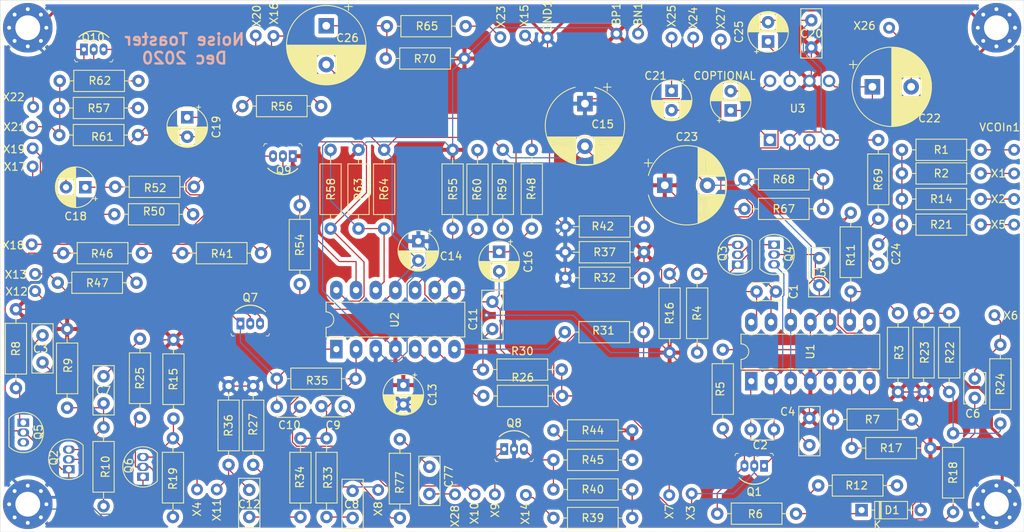
<source format=kicad_pcb>
(kicad_pcb (version 20171130) (host pcbnew "(5.1.8-0-10_14)")
  (layers (0 F.Cu signal hide) (31 B.Cu signal hide) (34 B.Paste user) (35 F.Paste user) (36 B.SilkS user) (37 F.SilkS user) (38 B.Mask user) (39 F.Mask user) (44 Edge.Cuts user))
  (net 0 "")
  (net 1 BN)
  (net 2 BP)
  (net 3 "Net-(C1-Pad2)")
  (net 4 "Net-(C1-Pad1)")
  (net 5 "Net-(C2-Pad2)")
  (net 6 "Net-(C2-Pad1)")
  (net 7 "Net-(C3-Pad1)")
  (net 8 "Net-(C3-Pad2)")
  (net 9 "Net-(C4-Pad1)")
  (net 10 "Net-(C6-Pad2)")
  (net 11 "Net-(C6-Pad1)")
  (net 12 "Net-(C7-Pad1)")
  (net 13 "Net-(C7-Pad2)")
  (net 14 "Net-(C8-Pad1)")
  (net 15 "Net-(C8-Pad2)")
  (net 16 "Net-(C9-Pad2)")
  (net 17 "Net-(C9-Pad1)")
  (net 18 "Net-(C10-Pad2)")
  (net 19 "Net-(C10-Pad1)")
  (net 20 "Net-(C11-Pad1)")
  (net 21 "Net-(C12-Pad1)")
  (net 22 "Net-(C12-Pad2)")
  (net 23 GND)
  (net 24 "Net-(C16-Pad1)")
  (net 25 "Net-(C18-Pad1)")
  (net 26 "Net-(C19-Pad1)")
  (net 27 "Net-(C21-Pad2)")
  (net 28 "Net-(C21-Pad1)")
  (net 29 "Net-(C22-Pad2)")
  (net 30 "Net-(C22-Pad1)")
  (net 31 "Net-(C24-Pad2)")
  (net 32 "Net-(C25-Pad1)")
  (net 33 "Net-(C26-Pad1)")
  (net 34 "Net-(COPTIONAL1-Pad2)")
  (net 35 "Net-(COPTIONAL1-Pad1)")
  (net 36 "Net-(D1-Pad2)")
  (net 37 "Net-(D1-Pad1)")
  (net 38 "Net-(Q1-Pad3)")
  (net 39 "Net-(Q3-Pad1)")
  (net 40 "Net-(Q6-Pad3)")
  (net 41 "Net-(Q6-Pad2)")
  (net 42 "Net-(Q7-Pad3)")
  (net 43 "Net-(Q7-Pad2)")
  (net 44 "Net-(Q8-Pad3)")
  (net 45 "Net-(Q9-Pad3)")
  (net 46 /attack_decay_generator/ARG)
  (net 47 "Net-(Q10-Pad1)")
  (net 48 "Net-(Q10-Pad2)")
  (net 49 "Net-(R2-Pad2)")
  (net 50 "Net-(R12-Pad1)")
  (net 51 "Net-(R14-Pad2)")
  (net 52 "Net-(R21-Pad2)")
  (net 53 "Net-(R26-Pad1)")
  (net 54 "Net-(R31-Pad2)")
  (net 55 "Net-(R31-Pad1)")
  (net 56 "Net-(R39-Pad2)")
  (net 57 "Net-(R39-Pad1)")
  (net 58 "Net-(R48-Pad1)")
  (net 59 "Net-(R50-Pad2)")
  (net 60 "Net-(R55-Pad1)")
  (net 61 "Net-(R56-Pad2)")
  (net 62 "Net-(R57-Pad2)")
  (net 63 "Net-(R58-Pad2)")
  (net 64 "Net-(R58-Pad1)")
  (net 65 "Net-(R65-Pad1)")
  (net 66 "Net-(R67-Pad2)")
  (net 67 "Net-(R67-Pad1)")
  (net 68 "Net-(C77-Pad1)")
  (net 69 "Net-(C77-Pad2)")
  (net 70 "Net-(R1-Pad2)")
  (net 71 "Net-(R1-Pad1)")
  (net 72 "Net-(Q5-Pad3)")
  (net 73 "Net-(Q3-Pad2)")
  (module Package_TO_SOT_THT:TO-92_Inline (layer F.Cu) (at 134.52 125.39 90)
    (fp_text reference Q6 (at 1.43 -1.84 90) (layer F.SilkS))
    (fp_text value 2N3904)
    (pad 1 thru_hole rect (at 0 0 90) (size 1.05 1.5) (drill 0.75) (layers *.Cu *.Mask) (net 1 BN))
    (pad 3 thru_hole oval (at 2.54 0 90) (size 1.05 1.5) (drill 0.75) (layers *.Cu *.Mask) (net 40 "Net-(Q6-Pad3)"))
    (pad 2 thru_hole oval (at 1.27 0 90) (size 1.05 1.5) (drill 0.75) (layers *.Cu *.Mask) (net 41 "Net-(Q6-Pad2)"))
  )
  (module Package_TO_SOT_THT:TO-92_Inline (layer F.Cu) (at 215.94 95.45 270)
    (fp_text reference Q4 (at 1.19 -1.92 270) (layer F.SilkS))
    (fp_text value 2N3904)
    (pad 1 thru_hole rect (at 0 0 270) (size 1.05 1.5) (drill 0.75) (layers *.Cu *.Mask) (net 39 "Net-(Q3-Pad1)"))
    (pad 3 thru_hole oval (at 2.54 0 270) (size 1.05 1.5) (drill 0.75) (layers *.Cu *.Mask) (net 6 "Net-(C2-Pad1)"))
    (pad 2 thru_hole oval (at 1.27 0 270) (size 1.05 1.5) (drill 0.75) (layers *.Cu *.Mask) (net 9 "Net-(C4-Pad1)"))
  )
  (module Package_TO_SOT_THT:TO-92_Inline (layer F.Cu) (at 211.25 98.02 90)
    (fp_text reference Q3 (at 1.44 -1.93 270) (layer F.SilkS))
    (fp_text value 2N3904)
    (pad 1 thru_hole rect (at 0 0 90) (size 1.05 1.5) (drill 0.75) (layers *.Cu *.Mask) (net 39 "Net-(Q3-Pad1)"))
    (pad 3 thru_hole oval (at 2.54 0 90) (size 1.05 1.5) (drill 0.75) (layers *.Cu *.Mask) (net 4 "Net-(C1-Pad1)"))
    (pad 2 thru_hole oval (at 1.27 0 90) (size 1.05 1.5) (drill 0.75) (layers *.Cu *.Mask) (net 73 "Net-(Q3-Pad2)"))
  )
  (module Package_TO_SOT_THT:TO-92_Inline (layer F.Cu) (at 119.08 118.41 270)
    (fp_text reference Q5 (at 1.21 -1.95 90) (layer F.SilkS))
    (fp_text value 2N3904)
    (pad 1 thru_hole rect (at 0 0 270) (size 1.05 1.5) (drill 0.75) (layers *.Cu *.Mask) (net 8 "Net-(C3-Pad2)"))
    (pad 3 thru_hole oval (at 2.54 0 270) (size 1.05 1.5) (drill 0.75) (layers *.Cu *.Mask) (net 72 "Net-(Q5-Pad3)"))
    (pad 2 thru_hole oval (at 1.27 0 270) (size 1.05 1.5) (drill 0.75) (layers *.Cu *.Mask) (net 1 BN))
  )
  (module Package_TO_SOT_THT:TO-92_Inline (layer F.Cu) (at 124.95 124.42 90)
    (fp_text reference Q2 (at 1.48 -1.94 90) (layer F.SilkS))
    (fp_text value 2N3904)
    (pad 1 thru_hole rect (at 0 0 90) (size 1.05 1.5) (drill 0.75) (layers *.Cu *.Mask) (net 1 BN))
    (pad 3 thru_hole oval (at 2.54 0 90) (size 1.05 1.5) (drill 0.75) (layers *.Cu *.Mask) (net 13 "Net-(C7-Pad2)"))
    (pad 2 thru_hole oval (at 1.27 0 90) (size 1.05 1.5) (drill 0.75) (layers *.Cu *.Mask) (net 7 "Net-(C3-Pad1)"))
  )
  (module samz-kicad-library:pad (layer F.Cu) (at 174.774 127.664)
    (fp_text reference X28 (at 0 2.794 90) (layer F.SilkS))
    (fp_text value Pad)
    (pad 1 thru_hole circle (at 0 0) (size 1.524 1.524) (drill 0.8) (layers *.Cu *.Mask) (net 69 "Net-(C77-Pad2)"))
  )
  (module samz-kicad-library:pad (layer F.Cu) (at 246.91 83.214)
    (fp_text reference VCOIn1 (at -1.87 -2.904 180) (layer F.SilkS))
    (fp_text value Pad)
    (pad 1 thru_hole circle (at 0 0) (size 1.524 1.524) (drill 0.8) (layers *.Cu *.Mask) (net 70 "Net-(R1-Pad2)"))
  )
  (module Resistor_THT:R_Axial_DIN0207_L6.3mm_D2.5mm_P10.16mm_Horizontal (layer F.Cu) (at 167.662 130.712 90)
    (fp_text reference R77 (at 4.572 0 90) (layer F.SilkS))
    (fp_text value 1M)
    (pad 2 thru_hole oval (at 10.16 0 90) (size 1.6 1.6) (drill 0.8) (layers *.Cu *.Mask) (net 68 "Net-(C77-Pad1)"))
    (pad 1 thru_hole circle (at 0 0 90) (size 1.6 1.6) (drill 0.8) (layers *.Cu *.Mask) (net 16 "Net-(C9-Pad2)"))
  )
  (module Resistor_THT:R_Axial_DIN0207_L6.3mm_D2.5mm_P10.16mm_Horizontal (layer F.Cu) (at 232.432 83.214)
    (fp_text reference R1 (at 5.08 0) (layer F.SilkS))
    (fp_text value 100K)
    (pad 2 thru_hole oval (at 10.16 0) (size 1.6 1.6) (drill 0.8) (layers *.Cu *.Mask) (net 70 "Net-(R1-Pad2)"))
    (pad 1 thru_hole circle (at 0 0) (size 1.6 1.6) (drill 0.8) (layers *.Cu *.Mask) (net 71 "Net-(R1-Pad1)"))
  )
  (module samz-kicad-library:C_Disc_D5.0mm_W2.5mm_P3.50mm (layer F.Cu) (at 171.472 124.108 270)
    (fp_text reference C77 (at 1.25 -2.5 90) (layer F.SilkS))
    (fp_text value 0.1uF)
    (pad 1 thru_hole circle (at 0 0 270) (size 1.6 1.6) (drill 0.8) (layers *.Cu *.Mask) (net 68 "Net-(C77-Pad1)"))
    (pad 2 thru_hole circle (at 3.5 0 270) (size 1.6 1.6) (drill 0.8) (layers *.Cu *.Mask) (net 69 "Net-(C77-Pad2)"))
  )
  (module MountingHole:MountingHole_3.2mm_M3_Pad_Via (layer F.Cu) (at 244.624 128.934)
    (fp_text reference REF** hide)
    (fp_text value MountingHole_3.2mm_M3_Pad_Via)
    (pad 1 thru_hole circle (at 1.697056 -1.697056) (size 0.8 0.8) (drill 0.5) (layers *.Cu *.Mask))
    (pad 1 thru_hole circle (at 0 -2.4) (size 0.8 0.8) (drill 0.5) (layers *.Cu *.Mask))
    (pad 1 thru_hole circle (at -1.697056 -1.697056) (size 0.8 0.8) (drill 0.5) (layers *.Cu *.Mask))
    (pad 1 thru_hole circle (at -2.4 0) (size 0.8 0.8) (drill 0.5) (layers *.Cu *.Mask))
    (pad 1 thru_hole circle (at -1.697056 1.697056) (size 0.8 0.8) (drill 0.5) (layers *.Cu *.Mask))
    (pad 1 thru_hole circle (at 0 2.4) (size 0.8 0.8) (drill 0.5) (layers *.Cu *.Mask))
    (pad 1 thru_hole circle (at 1.697056 1.697056) (size 0.8 0.8) (drill 0.5) (layers *.Cu *.Mask))
    (pad 1 thru_hole circle (at 2.4 0) (size 0.8 0.8) (drill 0.5) (layers *.Cu *.Mask))
    (pad 1 thru_hole circle (at 0 0) (size 6.4 6.4) (drill 3.200001) (layers *.Cu *.Mask) (net 23 GND))
  )
  (module MountingHole:MountingHole_3.2mm_M3_Pad_Via (layer F.Cu) (at 244.624 67.466)
    (fp_text reference REF** hide)
    (fp_text value MountingHole_3.2mm_M3_Pad_Via)
    (pad 1 thru_hole circle (at 1.697056 -1.697056) (size 0.8 0.8) (drill 0.5) (layers *.Cu *.Mask))
    (pad 1 thru_hole circle (at 0 -2.4) (size 0.8 0.8) (drill 0.5) (layers *.Cu *.Mask))
    (pad 1 thru_hole circle (at -1.697056 -1.697056) (size 0.8 0.8) (drill 0.5) (layers *.Cu *.Mask))
    (pad 1 thru_hole circle (at -2.4 0) (size 0.8 0.8) (drill 0.5) (layers *.Cu *.Mask))
    (pad 1 thru_hole circle (at -1.697056 1.697056) (size 0.8 0.8) (drill 0.5) (layers *.Cu *.Mask))
    (pad 1 thru_hole circle (at 0 2.4) (size 0.8 0.8) (drill 0.5) (layers *.Cu *.Mask))
    (pad 1 thru_hole circle (at 1.697056 1.697056) (size 0.8 0.8) (drill 0.5) (layers *.Cu *.Mask))
    (pad 1 thru_hole circle (at 2.4 0) (size 0.8 0.8) (drill 0.5) (layers *.Cu *.Mask))
    (pad 1 thru_hole circle (at 0 0) (size 6.4 6.4) (drill 3.200001) (layers *.Cu *.Mask) (net 23 GND))
  )
  (module MountingHole:MountingHole_3.2mm_M3_Pad_Via (layer F.Cu) (at 119.656 67.466)
    (fp_text reference REF** hide)
    (fp_text value MountingHole_3.2mm_M3_Pad_Via)
    (pad 1 thru_hole circle (at 1.697056 -1.697056) (size 0.8 0.8) (drill 0.5) (layers *.Cu *.Mask))
    (pad 1 thru_hole circle (at 0 -2.4) (size 0.8 0.8) (drill 0.5) (layers *.Cu *.Mask))
    (pad 1 thru_hole circle (at -1.697056 -1.697056) (size 0.8 0.8) (drill 0.5) (layers *.Cu *.Mask))
    (pad 1 thru_hole circle (at -2.4 0) (size 0.8 0.8) (drill 0.5) (layers *.Cu *.Mask))
    (pad 1 thru_hole circle (at -1.697056 1.697056) (size 0.8 0.8) (drill 0.5) (layers *.Cu *.Mask))
    (pad 1 thru_hole circle (at 0 2.4) (size 0.8 0.8) (drill 0.5) (layers *.Cu *.Mask))
    (pad 1 thru_hole circle (at 1.697056 1.697056) (size 0.8 0.8) (drill 0.5) (layers *.Cu *.Mask))
    (pad 1 thru_hole circle (at 2.4 0) (size 0.8 0.8) (drill 0.5) (layers *.Cu *.Mask))
    (pad 1 thru_hole circle (at 0 0) (size 6.4 6.4) (drill 3.200001) (layers *.Cu *.Mask) (net 23 GND))
  )
  (module MountingHole:MountingHole_3.2mm_M3_Pad_Via (layer F.Cu) (at 119.656 128.934)
    (fp_text reference REF** hide)
    (fp_text value MountingHole_3.2mm_M3_Pad_Via)
    (pad 1 thru_hole circle (at 1.697056 -1.697056) (size 0.8 0.8) (drill 0.5) (layers *.Cu *.Mask))
    (pad 1 thru_hole circle (at 0 -2.4) (size 0.8 0.8) (drill 0.5) (layers *.Cu *.Mask))
    (pad 1 thru_hole circle (at -1.697056 -1.697056) (size 0.8 0.8) (drill 0.5) (layers *.Cu *.Mask))
    (pad 1 thru_hole circle (at -2.4 0) (size 0.8 0.8) (drill 0.5) (layers *.Cu *.Mask))
    (pad 1 thru_hole circle (at -1.697056 1.697056) (size 0.8 0.8) (drill 0.5) (layers *.Cu *.Mask))
    (pad 1 thru_hole circle (at 0 2.4) (size 0.8 0.8) (drill 0.5) (layers *.Cu *.Mask))
    (pad 1 thru_hole circle (at 1.697056 1.697056) (size 0.8 0.8) (drill 0.5) (layers *.Cu *.Mask))
    (pad 1 thru_hole circle (at 2.4 0) (size 0.8 0.8) (drill 0.5) (layers *.Cu *.Mask))
    (pad 1 thru_hole circle (at 0 0) (size 6.4 6.4) (drill 3.200001) (layers *.Cu *.Mask) (net 23 GND))
  )
  (module Package_DIP:DIP-14_W7.62mm_LongPads (layer F.Cu) (at 213.001 113.059 90)
    (fp_text reference U1 (at 3.81 7.62 90) (layer F.SilkS))
    (fp_text value LM324)
    (pad 14 thru_hole oval (at 7.62 0 90) (size 2.4 1.6) (drill 0.8) (layers *.Cu *.Mask) (net 3 "Net-(C1-Pad2)"))
    (pad 7 thru_hole oval (at 0 15.24 90) (size 2.4 1.6) (drill 0.8) (layers *.Cu *.Mask) (net 36 "Net-(D1-Pad2)"))
    (pad 13 thru_hole oval (at 7.62 2.54 90) (size 2.4 1.6) (drill 0.8) (layers *.Cu *.Mask) (net 4 "Net-(C1-Pad1)"))
    (pad 6 thru_hole oval (at 0 12.7 90) (size 2.4 1.6) (drill 0.8) (layers *.Cu *.Mask) (net 11 "Net-(C6-Pad1)"))
    (pad 12 thru_hole oval (at 7.62 5.08 90) (size 2.4 1.6) (drill 0.8) (layers *.Cu *.Mask) (net 9 "Net-(C4-Pad1)"))
    (pad 5 thru_hole oval (at 0 10.16 90) (size 2.4 1.6) (drill 0.8) (layers *.Cu *.Mask) (net 50 "Net-(R12-Pad1)"))
    (pad 11 thru_hole oval (at 7.62 7.62 90) (size 2.4 1.6) (drill 0.8) (layers *.Cu *.Mask) (net 1 BN))
    (pad 4 thru_hole oval (at 0 7.62 90) (size 2.4 1.6) (drill 0.8) (layers *.Cu *.Mask) (net 2 BP))
    (pad 10 thru_hole oval (at 7.62 10.16 90) (size 2.4 1.6) (drill 0.8) (layers *.Cu *.Mask) (net 9 "Net-(C4-Pad1)"))
    (pad 3 thru_hole oval (at 0 5.08 90) (size 2.4 1.6) (drill 0.8) (layers *.Cu *.Mask) (net 9 "Net-(C4-Pad1)"))
    (pad 9 thru_hole oval (at 7.62 12.7 90) (size 2.4 1.6) (drill 0.8) (layers *.Cu *.Mask) (net 71 "Net-(R1-Pad1)"))
    (pad 2 thru_hole oval (at 0 2.54 90) (size 2.4 1.6) (drill 0.8) (layers *.Cu *.Mask) (net 6 "Net-(C2-Pad1)"))
    (pad 8 thru_hole oval (at 7.62 15.24 90) (size 2.4 1.6) (drill 0.8) (layers *.Cu *.Mask) (net 73 "Net-(Q3-Pad2)"))
    (pad 1 thru_hole rect (at 0 0 90) (size 2.4 1.6) (drill 0.8) (layers *.Cu *.Mask) (net 5 "Net-(C2-Pad2)"))
  )
  (module samz-kicad-library:pad (layer F.Cu) (at 186.712 68.736)
    (fp_text reference GND1 (at 0 -2.794 90) (layer F.SilkS))
    (fp_text value Pad)
    (pad 1 thru_hole circle (at 0 0) (size 1.524 1.524) (drill 0.8) (layers *.Cu *.Mask) (net 23 GND))
  )
  (module samz-kicad-library:pad (layer F.Cu) (at 183.8164 68.482)
    (fp_text reference X15 (at -0.1016 -2.5908 90) (layer F.SilkS))
    (fp_text value Pad)
    (pad 1 thru_hole circle (at 0 0) (size 1.524 1.524) (drill 0.8) (layers *.Cu *.Mask) (net 58 "Net-(R48-Pad1)"))
  )
  (module samz-kicad-library:pad (layer F.Cu) (at 209.064 68.99)
    (fp_text reference X27 (at 0 -2.794 90) (layer F.SilkS))
    (fp_text value Pad)
    (pad 1 thru_hole circle (at 0 0) (size 1.524 1.524) (drill 0.8) (layers *.Cu *.Mask) (net 66 "Net-(R67-Pad2)"))
  )
  (module samz-kicad-library:pad (layer F.Cu) (at 230.781 67.466)
    (fp_text reference X26 (at -3.175 -0.254) (layer F.SilkS))
    (fp_text value Pad)
    (pad 1 thru_hole circle (at 0 0) (size 1.524 1.524) (drill 0.8) (layers *.Cu *.Mask) (net 29 "Net-(C22-Pad2)"))
  )
  (module samz-kicad-library:pad (layer F.Cu) (at 202.714 68.736 270)
    (fp_text reference X25 (at -2.794 0 90) (layer F.SilkS))
    (fp_text value Pad)
    (pad 1 thru_hole circle (at 0 0 270) (size 1.524 1.524) (drill 0.8) (layers *.Cu *.Mask) (net 28 "Net-(C21-Pad1)"))
  )
  (module samz-kicad-library:pad (layer F.Cu) (at 205.508 68.736 270)
    (fp_text reference X24 (at -2.54 0 90) (layer F.SilkS))
    (fp_text value Pad)
    (pad 1 thru_hole circle (at 0 0 270) (size 1.524 1.524) (drill 0.8) (layers *.Cu *.Mask) (net 27 "Net-(C21-Pad2)"))
  )
  (module samz-kicad-library:pad (layer F.Cu) (at 180.616 68.6852)
    (fp_text reference X23 (at 0.1016 -2.6416 90) (layer F.SilkS))
    (fp_text value Pad)
    (pad 1 thru_hole circle (at 0 0) (size 1.524 1.524) (drill 0.8) (layers *.Cu *.Mask) (net 65 "Net-(R65-Pad1)"))
  )
  (module samz-kicad-library:pad (layer F.Cu) (at 120.3545 77.6895)
    (fp_text reference X22 (at -2.54 -1.27) (layer F.SilkS))
    (fp_text value Pad)
    (pad 1 thru_hole circle (at 0 0) (size 1.524 1.524) (drill 0.8) (layers *.Cu *.Mask) (net 47 "Net-(Q10-Pad1)"))
  )
  (module samz-kicad-library:pad (layer F.Cu) (at 120.2275 80.2295)
    (fp_text reference X21 (at -2.2987 0.0381) (layer F.SilkS))
    (fp_text value Pad)
    (pad 1 thru_hole circle (at 0 0) (size 1.524 1.524) (drill 0.8) (layers *.Cu *.Mask) (net 62 "Net-(R57-Pad2)"))
  )
  (module samz-kicad-library:pad (layer F.Cu) (at 149.0692 68.482)
    (fp_text reference X20 (at 0.127 -2.54 90) (layer F.SilkS))
    (fp_text value Pad)
    (pad 1 thru_hole circle (at 0 0) (size 1.524 1.524) (drill 0.8) (layers *.Cu *.Mask) (net 26 "Net-(C19-Pad1)"))
  )
  (module samz-kicad-library:pad (layer F.Cu) (at 120.291 83.0235)
    (fp_text reference X19 (at -2.413 0.1143) (layer F.SilkS))
    (fp_text value Pad)
    (pad 1 thru_hole circle (at 0 0) (size 1.524 1.524) (drill 0.8) (layers *.Cu *.Mask) (net 64 "Net-(R58-Pad1)"))
  )
  (module samz-kicad-library:pad (layer F.Cu) (at 120.164 95.406)
    (fp_text reference X18 (at -2.3876 0.127) (layer F.SilkS))
    (fp_text value Pad)
    (pad 1 thru_hole circle (at 0 0) (size 1.524 1.524) (drill 0.8) (layers *.Cu *.Mask) (net 46 /attack_decay_generator/ARG))
  )
  (module samz-kicad-library:pad (layer F.Cu) (at 120.291 85.373)
    (fp_text reference X17 (at -2.286 0.0254) (layer F.SilkS))
    (fp_text value Pad)
    (pad 1 thru_hole circle (at 0 0) (size 1.524 1.524) (drill 0.8) (layers *.Cu *.Mask) (net 59 "Net-(R50-Pad2)"))
  )
  (module samz-kicad-library:pad (layer F.Cu) (at 151.3552 68.5328)
    (fp_text reference X16 (at 0.0635 -2.921 90) (layer F.SilkS))
    (fp_text value Pad)
    (pad 1 thru_hole circle (at 0 0) (size 1.524 1.524) (drill 0.8) (layers *.Cu *.Mask) (net 61 "Net-(R56-Pad2)"))
  )
  (module samz-kicad-library:pad (layer F.Cu) (at 183.918 127.7402 90)
    (fp_text reference X14 (at -2.3876 -0.0762 90) (layer F.SilkS))
    (fp_text value Pad)
    (pad 1 thru_hole circle (at 0 0 90) (size 1.524 1.524) (drill 0.8) (layers *.Cu *.Mask) (net 56 "Net-(R39-Pad2)"))
  )
  (module samz-kicad-library:pad (layer F.Cu) (at 120.6085 99.216)
    (fp_text reference X13 (at -2.4765 0.1016) (layer F.SilkS))
    (fp_text value Pad)
    (pad 1 thru_hole circle (at 0 0) (size 1.524 1.524) (drill 0.8) (layers *.Cu *.Mask) (net 43 "Net-(Q7-Pad2)"))
  )
  (module samz-kicad-library:pad (layer F.Cu) (at 120.6085 101.4385)
    (fp_text reference X12 (at -2.4003 0.0635) (layer F.SilkS))
    (fp_text value Pad)
    (pad 1 thru_hole circle (at 0 0) (size 1.524 1.524) (drill 0.8) (layers *.Cu *.Mask) (net 19 "Net-(C10-Pad1)"))
  )
  (module samz-kicad-library:pad (layer F.Cu) (at 144.04 127.029 90)
    (fp_text reference X11 (at -2.667 0 90) (layer F.SilkS))
    (fp_text value Pad hide)
    (pad 1 thru_hole circle (at 0 0 90) (size 1.524 1.524) (drill 0.8) (layers *.Cu *.Mask) (net 22 "Net-(C12-Pad2)"))
  )
  (module samz-kicad-library:pad (layer F.Cu) (at 177.314 127.664 90)
    (fp_text reference X10 (at -2.4257 -0.0381 90) (layer F.SilkS))
    (fp_text value Pad)
    (pad 1 thru_hole circle (at 0 0 90) (size 1.524 1.524) (drill 0.8) (layers *.Cu *.Mask) (net 18 "Net-(C10-Pad2)"))
  )
  (module samz-kicad-library:pad (layer F.Cu) (at 179.9175 127.664 90)
    (fp_text reference X9 (at -2.0447 0.0381 90) (layer F.SilkS))
    (fp_text value Pad)
    (pad 1 thru_hole circle (at 0 0 90) (size 1.524 1.524) (drill 0.8) (layers *.Cu *.Mask) (net 17 "Net-(C9-Pad1)"))
  )
  (module samz-kicad-library:pad (layer F.Cu) (at 164.868 127.0925 270)
    (fp_text reference X8 (at 2.4257 0 90) (layer F.SilkS))
    (fp_text value Pad)
    (pad 1 thru_hole circle (at 0 0 270) (size 1.524 1.524) (drill 0.8) (layers *.Cu *.Mask) (net 15 "Net-(C8-Pad2)"))
  )
  (module samz-kicad-library:pad (layer F.Cu) (at 202.4092 127.7656 90)
    (fp_text reference X7 (at -2.1336 0.0254 90) (layer F.SilkS))
    (fp_text value Pad)
    (pad 1 thru_hole circle (at 0 0 90) (size 1.524 1.524) (drill 0.8) (layers *.Cu *.Mask) (net 55 "Net-(R31-Pad1)"))
  )
  (module samz-kicad-library:pad (layer F.Cu) (at 244.37 104.55)
    (fp_text reference X6 (at 2.1082 0.0508) (layer F.SilkS))
    (fp_text value Pad)
    (pad 1 thru_hole circle (at 0 0) (size 1.524 1.524) (drill 0.8) (layers *.Cu *.Mask) (net 10 "Net-(C6-Pad2)"))
  )
  (module samz-kicad-library:pad (layer F.Cu) (at 246.91 92.866)
    (fp_text reference X5 (at -2.032 0) (layer F.SilkS))
    (fp_text value Pad)
    (pad 1 thru_hole circle (at 0 0) (size 1.524 1.524) (drill 0.8) (layers *.Cu *.Mask) (net 52 "Net-(R21-Pad2)"))
  )
  (module samz-kicad-library:pad (layer F.Cu) (at 141.5 127.029 90)
    (fp_text reference X4 (at -2.54 0 90) (layer F.SilkS))
    (fp_text value Pad)
    (pad 1 thru_hole circle (at 0 0 90) (size 1.524 1.524) (drill 0.8) (layers *.Cu *.Mask) (net 40 "Net-(Q6-Pad3)"))
  )
  (module samz-kicad-library:pad (layer F.Cu) (at 205.3048 127.5624 90)
    (fp_text reference X3 (at -2.4765 -0.127 90) (layer F.SilkS))
    (fp_text value Pad)
    (pad 1 thru_hole circle (at 0 0 90) (size 1.524 1.524) (drill 0.8) (layers *.Cu *.Mask) (net 5 "Net-(C2-Pad2)"))
  )
  (module samz-kicad-library:pad (layer F.Cu) (at 246.91 89.564)
    (fp_text reference X2 (at -2.032 0) (layer F.SilkS))
    (fp_text value Pad)
    (pad 1 thru_hole circle (at 0 0) (size 1.524 1.524) (drill 0.8) (layers *.Cu *.Mask) (net 51 "Net-(R14-Pad2)"))
  )
  (module samz-kicad-library:pad (layer F.Cu) (at 246.91 86.262)
    (fp_text reference X1 (at -2.032 0) (layer F.SilkS))
    (fp_text value Pad)
    (pad 1 thru_hole circle (at 0 0) (size 1.524 1.524) (drill 0.8) (layers *.Cu *.Mask) (net 49 "Net-(R2-Pad2)"))
  )
  (module digikey-footprints:DIP-8_W7.62mm (layer F.Cu) (at 215.414 81.944 90)
    (fp_text reference U3 (at 4.064 3.556) (layer F.SilkS))
    (fp_text value LM386N-4_NOPB)
    (pad 8 thru_hole circle (at 7.62 0 90) (size 1.6 1.6) (drill 1) (layers *.Cu *.Mask) (net 34 "Net-(COPTIONAL1-Pad2)"))
    (pad 7 thru_hole circle (at 7.62 2.54 90) (size 1.6 1.6) (drill 1) (layers *.Cu *.Mask) (net 32 "Net-(C25-Pad1)"))
    (pad 6 thru_hole circle (at 7.62 5.08 90) (size 1.6 1.6) (drill 1) (layers *.Cu *.Mask) (net 2 BP))
    (pad 5 thru_hole circle (at 7.62 7.62 90) (size 1.6 1.6) (drill 1) (layers *.Cu *.Mask) (net 30 "Net-(C22-Pad1)"))
    (pad 4 thru_hole circle (at 0 7.62 90) (size 1.6 1.6) (drill 1) (layers *.Cu *.Mask) (net 1 BN))
    (pad 3 thru_hole circle (at 0 5.08 90) (size 1.6 1.6) (drill 1) (layers *.Cu *.Mask) (net 67 "Net-(R67-Pad1)"))
    (pad 2 thru_hole circle (at 0 2.54 90) (size 1.6 1.6) (drill 1) (layers *.Cu *.Mask) (net 1 BN))
    (pad 1 thru_hole rect (at 0 0 90) (size 1.6 1.6) (drill 1) (layers *.Cu *.Mask) (net 35 "Net-(COPTIONAL1-Pad1)"))
  )
  (module Package_DIP:DIP-14_W7.62mm_LongPads (layer F.Cu) (at 159.4705 108.9315 90)
    (fp_text reference U2 (at 3.7719 7.5311 90) (layer F.SilkS))
    (fp_text value LM324)
    (pad 14 thru_hole oval (at 7.62 0 90) (size 2.4 1.6) (drill 0.8) (layers *.Cu *.Mask) (net 64 "Net-(R58-Pad1)"))
    (pad 7 thru_hole oval (at 0 15.24 90) (size 2.4 1.6) (drill 0.8) (layers *.Cu *.Mask) (net 54 "Net-(R31-Pad2)"))
    (pad 13 thru_hole oval (at 7.62 2.54 90) (size 2.4 1.6) (drill 0.8) (layers *.Cu *.Mask) (net 46 /attack_decay_generator/ARG))
    (pad 6 thru_hole oval (at 0 12.7 90) (size 2.4 1.6) (drill 0.8) (layers *.Cu *.Mask) (net 20 "Net-(C11-Pad1)"))
    (pad 12 thru_hole oval (at 7.62 5.08 90) (size 2.4 1.6) (drill 0.8) (layers *.Cu *.Mask) (net 63 "Net-(R58-Pad2)"))
    (pad 5 thru_hole oval (at 0 10.16 90) (size 2.4 1.6) (drill 0.8) (layers *.Cu *.Mask) (net 53 "Net-(R26-Pad1)"))
    (pad 11 thru_hole oval (at 7.62 7.62 90) (size 2.4 1.6) (drill 0.8) (layers *.Cu *.Mask) (net 1 BN))
    (pad 4 thru_hole oval (at 0 7.62 90) (size 2.4 1.6) (drill 0.8) (layers *.Cu *.Mask) (net 2 BP))
    (pad 10 thru_hole oval (at 7.62 10.16 90) (size 2.4 1.6) (drill 0.8) (layers *.Cu *.Mask) (net 60 "Net-(R55-Pad1)"))
    (pad 3 thru_hole oval (at 0 5.08 90) (size 2.4 1.6) (drill 0.8) (layers *.Cu *.Mask) (net 23 GND))
    (pad 9 thru_hole oval (at 7.62 12.7 90) (size 2.4 1.6) (drill 0.8) (layers *.Cu *.Mask) (net 24 "Net-(C16-Pad1)"))
    (pad 2 thru_hole oval (at 0 2.54 90) (size 2.4 1.6) (drill 0.8) (layers *.Cu *.Mask) (net 16 "Net-(C9-Pad2)"))
    (pad 8 thru_hole oval (at 7.62 15.24 90) (size 2.4 1.6) (drill 0.8) (layers *.Cu *.Mask) (net 61 "Net-(R56-Pad2)"))
    (pad 1 thru_hole rect (at 0 0 90) (size 2.4 1.6) (drill 0.8) (layers *.Cu *.Mask) (net 19 "Net-(C10-Pad1)"))
  )
  (module Resistor_THT:R_Axial_DIN0207_L6.3mm_D2.5mm_P10.16mm_Horizontal (layer F.Cu) (at 165.8332 71.4284)
    (fp_text reference R70 (at 5.08 0.0508) (layer F.SilkS))
    (fp_text value 3K)
    (pad 2 thru_hole oval (at 10.16 0) (size 1.6 1.6) (drill 0.8) (layers *.Cu *.Mask) (net 2 BP))
    (pad 1 thru_hole circle (at 0 0) (size 1.6 1.6) (drill 0.8) (layers *.Cu *.Mask) (net 33 "Net-(C26-Pad1)"))
  )
  (module Resistor_THT:R_Axial_DIN0207_L6.3mm_D2.5mm_P10.16mm_Horizontal (layer F.Cu) (at 229.384 92.104 90)
    (fp_text reference R69 (at 5.08 0 90) (layer F.SilkS))
    (fp_text value 10)
    (pad 2 thru_hole oval (at 10.16 0 90) (size 1.6 1.6) (drill 0.8) (layers *.Cu *.Mask) (net 1 BN))
    (pad 1 thru_hole circle (at 0 0 90) (size 1.6 1.6) (drill 0.8) (layers *.Cu *.Mask) (net 31 "Net-(C24-Pad2)"))
  )
  (module Resistor_THT:R_Axial_DIN0207_L6.3mm_D2.5mm_P10.16mm_Horizontal (layer F.Cu) (at 222.272 87.024 180)
    (fp_text reference R68 (at 5.08 0) (layer F.SilkS))
    (fp_text value 20K)
    (pad 2 thru_hole oval (at 10.16 0 180) (size 1.6 1.6) (drill 0.8) (layers *.Cu *.Mask) (net 1 BN))
    (pad 1 thru_hole circle (at 0 0 180) (size 1.6 1.6) (drill 0.8) (layers *.Cu *.Mask) (net 67 "Net-(R67-Pad1)"))
  )
  (module Resistor_THT:R_Axial_DIN0207_L6.3mm_D2.5mm_P10.16mm_Horizontal (layer F.Cu) (at 222.272 90.834 180)
    (fp_text reference R67 (at 5.08 0) (layer F.SilkS))
    (fp_text value 100K)
    (pad 2 thru_hole oval (at 10.16 0 180) (size 1.6 1.6) (drill 0.8) (layers *.Cu *.Mask) (net 66 "Net-(R67-Pad2)"))
    (pad 1 thru_hole circle (at 0 0 180) (size 1.6 1.6) (drill 0.8) (layers *.Cu *.Mask) (net 67 "Net-(R67-Pad1)"))
  )
  (module Resistor_THT:R_Axial_DIN0207_L6.3mm_D2.5mm_P10.16mm_Horizontal (layer F.Cu) (at 176.1456 67.2628 180)
    (fp_text reference R65 (at 4.9784 0) (layer F.SilkS))
    (fp_text value 3K)
    (pad 2 thru_hole oval (at 10.16 0 180) (size 1.6 1.6) (drill 0.8) (layers *.Cu *.Mask) (net 33 "Net-(C26-Pad1)"))
    (pad 1 thru_hole circle (at 0 0 180) (size 1.6 1.6) (drill 0.8) (layers *.Cu *.Mask) (net 65 "Net-(R65-Pad1)"))
  )
  (module Resistor_THT:R_Axial_DIN0207_L6.3mm_D2.5mm_P10.16mm_Horizontal (layer F.Cu) (at 165.63 83.214 270)
    (fp_text reference R64 (at 5.08 0 90) (layer F.SilkS))
    (fp_text value 150K)
    (pad 2 thru_hole oval (at 10.16 0 270) (size 1.6 1.6) (drill 0.8) (layers *.Cu *.Mask) (net 63 "Net-(R58-Pad2)"))
    (pad 1 thru_hole circle (at 0 0 270) (size 1.6 1.6) (drill 0.8) (layers *.Cu *.Mask) (net 1 BN))
  )
  (module Resistor_THT:R_Axial_DIN0207_L6.3mm_D2.5mm_P10.16mm_Horizontal (layer F.Cu) (at 162.328 83.214 270)
    (fp_text reference R63 (at 5.08 0 90) (layer F.SilkS))
    (fp_text value 150K)
    (pad 2 thru_hole oval (at 10.16 0 270) (size 1.6 1.6) (drill 0.8) (layers *.Cu *.Mask) (net 63 "Net-(R58-Pad2)"))
    (pad 1 thru_hole circle (at 0 0 270) (size 1.6 1.6) (drill 0.8) (layers *.Cu *.Mask) (net 2 BP))
  )
  (module Resistor_THT:R_Axial_DIN0207_L6.3mm_D2.5mm_P10.16mm_Horizontal (layer F.Cu) (at 133.9435 74.324 180)
    (fp_text reference R62 (at 4.9911 0.0254) (layer F.SilkS))
    (fp_text value 10K)
    (pad 2 thru_hole oval (at 10.16 0 180) (size 1.6 1.6) (drill 0.8) (layers *.Cu *.Mask) (net 62 "Net-(R57-Pad2)"))
    (pad 1 thru_hole circle (at 0 0 180) (size 1.6 1.6) (drill 0.8) (layers *.Cu *.Mask) (net 48 "Net-(Q10-Pad2)"))
  )
  (module Resistor_THT:R_Axial_DIN0207_L6.3mm_D2.5mm_P10.16mm_Horizontal (layer F.Cu) (at 123.72 81.309)
    (fp_text reference R61 (at 5.5626 0.2286) (layer F.SilkS))
    (fp_text value 10K)
    (pad 2 thru_hole oval (at 10.16 0) (size 1.6 1.6) (drill 0.8) (layers *.Cu *.Mask) (net 1 BN))
    (pad 1 thru_hole circle (at 0 0) (size 1.6 1.6) (drill 0.8) (layers *.Cu *.Mask) (net 62 "Net-(R57-Pad2)"))
  )
  (module Resistor_THT:R_Axial_DIN0207_L6.3mm_D2.5mm_P10.16mm_Horizontal (layer F.Cu) (at 177.67468 93.40194 90)
    (fp_text reference R60 (at 5.08 -0.0508 90) (layer F.SilkS))
    (fp_text value 100K)
    (pad 2 thru_hole oval (at 10.16 0 90) (size 1.6 1.6) (drill 0.8) (layers *.Cu *.Mask) (net 60 "Net-(R55-Pad1)"))
    (pad 1 thru_hole circle (at 0 0 90) (size 1.6 1.6) (drill 0.8) (layers *.Cu *.Mask) (net 61 "Net-(R56-Pad2)"))
  )
  (module Resistor_THT:R_Axial_DIN0207_L6.3mm_D2.5mm_P10.16mm_Horizontal (layer F.Cu) (at 180.9462 93.374 90)
    (fp_text reference R59 (at 5.08 -0.0762 90) (layer F.SilkS))
    (fp_text value 100K)
    (pad 2 thru_hole oval (at 10.16 0 90) (size 1.6 1.6) (drill 0.8) (layers *.Cu *.Mask) (net 1 BN))
    (pad 1 thru_hole circle (at 0 0 90) (size 1.6 1.6) (drill 0.8) (layers *.Cu *.Mask) (net 60 "Net-(R55-Pad1)"))
  )
  (module Resistor_THT:R_Axial_DIN0207_L6.3mm_D2.5mm_P10.16mm_Horizontal (layer F.Cu) (at 158.7212 93.374 90)
    (fp_text reference R58 (at 5.08 0.0508 90) (layer F.SilkS))
    (fp_text value 100K)
    (pad 2 thru_hole oval (at 10.16 0 90) (size 1.6 1.6) (drill 0.8) (layers *.Cu *.Mask) (net 63 "Net-(R58-Pad2)"))
    (pad 1 thru_hole circle (at 0 0 90) (size 1.6 1.6) (drill 0.8) (layers *.Cu *.Mask) (net 64 "Net-(R58-Pad1)"))
  )
  (module Resistor_THT:R_Axial_DIN0207_L6.3mm_D2.5mm_P10.16mm_Horizontal (layer F.Cu) (at 133.88 77.8165 180)
    (fp_text reference R57 (at 5.0546 -0.0381) (layer F.SilkS))
    (fp_text value 200)
    (pad 2 thru_hole oval (at 10.16 0 180) (size 1.6 1.6) (drill 0.8) (layers *.Cu *.Mask) (net 62 "Net-(R57-Pad2)"))
    (pad 1 thru_hole circle (at 0 0 180) (size 1.6 1.6) (drill 0.8) (layers *.Cu *.Mask) (net 47 "Net-(Q10-Pad1)"))
  )
  (module Resistor_THT:R_Axial_DIN0207_L6.3mm_D2.5mm_P10.16mm_Horizontal (layer F.Cu) (at 147.342 77.5752)
    (fp_text reference R56 (at 5.08 0.0508) (layer F.SilkS))
    (fp_text value 75K)
    (pad 2 thru_hole oval (at 10.16 0) (size 1.6 1.6) (drill 0.8) (layers *.Cu *.Mask) (net 61 "Net-(R56-Pad2)"))
    (pad 1 thru_hole circle (at 0 0) (size 1.6 1.6) (drill 0.8) (layers *.Cu *.Mask) (net 26 "Net-(C19-Pad1)"))
  )
  (module Resistor_THT:R_Axial_DIN0207_L6.3mm_D2.5mm_P10.16mm_Horizontal (layer F.Cu) (at 174.4692 93.374 90)
    (fp_text reference R55 (at 5.08 0.0508 90) (layer F.SilkS))
    (fp_text value 100K)
    (pad 2 thru_hole oval (at 10.16 0 90) (size 1.6 1.6) (drill 0.8) (layers *.Cu *.Mask) (net 2 BP))
    (pad 1 thru_hole circle (at 0 0 90) (size 1.6 1.6) (drill 0.8) (layers *.Cu *.Mask) (net 60 "Net-(R55-Pad1)"))
  )
  (module Resistor_THT:R_Axial_DIN0207_L6.3mm_D2.5mm_P10.16mm_Horizontal (layer F.Cu) (at 154.7588 100.5368 90)
    (fp_text reference R54 (at 5.0546 0 90) (layer F.SilkS))
    (fp_text value 4.7K)
    (pad 2 thru_hole oval (at 10.16 0 90) (size 1.6 1.6) (drill 0.8) (layers *.Cu *.Mask) (net 46 /attack_decay_generator/ARG))
    (pad 1 thru_hole circle (at 0 0 90) (size 1.6 1.6) (drill 0.8) (layers *.Cu *.Mask) (net 1 BN))
  )
  (module Resistor_THT:R_Axial_DIN0207_L6.3mm_D2.5mm_P10.16mm_Horizontal (layer F.Cu) (at 141.0936 87.9892 180)
    (fp_text reference R52 (at 5.0038 -0.1524) (layer F.SilkS))
    (fp_text value 10K)
    (pad 2 thru_hole oval (at 10.16 0 180) (size 1.6 1.6) (drill 0.8) (layers *.Cu *.Mask) (net 25 "Net-(C18-Pad1)"))
    (pad 1 thru_hole circle (at 0 0 180) (size 1.6 1.6) (drill 0.8) (layers *.Cu *.Mask) (net 45 "Net-(Q9-Pad3)"))
  )
  (module Resistor_THT:R_Axial_DIN0207_L6.3mm_D2.5mm_P10.16mm_Horizontal (layer F.Cu) (at 140.992 91.5325 180)
    (fp_text reference R50 (at 5.0292 0.3683) (layer F.SilkS))
    (fp_text value 820)
    (pad 2 thru_hole oval (at 10.16 0 180) (size 1.6 1.6) (drill 0.8) (layers *.Cu *.Mask) (net 59 "Net-(R50-Pad2)"))
    (pad 1 thru_hole circle (at 0 0 180) (size 1.6 1.6) (drill 0.8) (layers *.Cu *.Mask) (net 25 "Net-(C18-Pad1)"))
  )
  (module Resistor_THT:R_Axial_DIN0207_L6.3mm_D2.5mm_P10.16mm_Horizontal (layer F.Cu) (at 184.68 83.214 270)
    (fp_text reference R48 (at 5.0292 0.0508 90) (layer F.SilkS))
    (fp_text value 3K)
    (pad 2 thru_hole oval (at 10.16 0 270) (size 1.6 1.6) (drill 0.8) (layers *.Cu *.Mask) (net 24 "Net-(C16-Pad1)"))
    (pad 1 thru_hole circle (at 0 0 270) (size 1.6 1.6) (drill 0.8) (layers *.Cu *.Mask) (net 58 "Net-(R48-Pad1)"))
  )
  (module Resistor_THT:R_Axial_DIN0207_L6.3mm_D2.5mm_P10.16mm_Horizontal (layer F.Cu) (at 133.6895 100.359 180)
    (fp_text reference R47 (at 5.0673 -0.0508) (layer F.SilkS))
    (fp_text value 100K)
    (pad 2 thru_hole oval (at 10.16 0 180) (size 1.6 1.6) (drill 0.8) (layers *.Cu *.Mask) (net 43 "Net-(Q7-Pad2)"))
    (pad 1 thru_hole circle (at 0 0 180) (size 1.6 1.6) (drill 0.8) (layers *.Cu *.Mask) (net 1 BN))
  )
  (module Resistor_THT:R_Axial_DIN0207_L6.3mm_D2.5mm_P10.16mm_Horizontal (layer F.Cu) (at 124.228 96.549)
    (fp_text reference R46 (at 5.0292 0.0762) (layer F.SilkS))
    (fp_text value 1M)
    (pad 2 thru_hole oval (at 10.16 0) (size 1.6 1.6) (drill 0.8) (layers *.Cu *.Mask) (net 42 "Net-(Q7-Pad3)"))
    (pad 1 thru_hole circle (at 0 0) (size 1.6 1.6) (drill 0.8) (layers *.Cu *.Mask) (net 1 BN))
  )
  (module Resistor_THT:R_Axial_DIN0207_L6.3mm_D2.5mm_P10.16mm_Horizontal (layer F.Cu) (at 187.474 123.219)
    (fp_text reference R45 (at 5.08 0) (layer F.SilkS))
    (fp_text value 100K)
    (pad 2 thru_hole oval (at 10.16 0) (size 1.6 1.6) (drill 0.8) (layers *.Cu *.Mask) (net 1 BN))
    (pad 1 thru_hole circle (at 0 0) (size 1.6 1.6) (drill 0.8) (layers *.Cu *.Mask) (net 44 "Net-(Q8-Pad3)"))
  )
  (module Resistor_THT:R_Axial_DIN0207_L6.3mm_D2.5mm_P10.16mm_Horizontal (layer F.Cu) (at 187.474 119.409)
    (fp_text reference R44 (at 5.08 0) (layer F.SilkS))
    (fp_text value 100K)
    (pad 2 thru_hole oval (at 10.16 0) (size 1.6 1.6) (drill 0.8) (layers *.Cu *.Mask) (net 2 BP))
    (pad 1 thru_hole circle (at 0 0) (size 1.6 1.6) (drill 0.8) (layers *.Cu *.Mask) (net 57 "Net-(R39-Pad1)"))
  )
  (module Resistor_THT:R_Axial_DIN0207_L6.3mm_D2.5mm_P10.16mm_Horizontal (layer F.Cu) (at 199.158 93.12 180)
    (fp_text reference R42 (at 5.318 0.04) (layer F.SilkS))
    (fp_text value 4.7K)
    (pad 2 thru_hole oval (at 10.16 0 180) (size 1.6 1.6) (drill 0.8) (layers *.Cu *.Mask) (net 23 GND))
    (pad 1 thru_hole circle (at 0 0 180) (size 1.6 1.6) (drill 0.8) (layers *.Cu *.Mask) (net 1 BN))
  )
  (module Resistor_THT:R_Axial_DIN0207_L6.3mm_D2.5mm_P10.16mm_Horizontal (layer F.Cu) (at 149.755 96.549 180)
    (fp_text reference R41 (at 5.0292 -0.0762) (layer F.SilkS))
    (fp_text value 470K)
    (pad 2 thru_hole oval (at 10.16 0 180) (size 1.6 1.6) (drill 0.8) (layers *.Cu *.Mask) (net 42 "Net-(Q7-Pad3)"))
    (pad 1 thru_hole circle (at 0 0 180) (size 1.6 1.6) (drill 0.8) (layers *.Cu *.Mask) (net 46 /attack_decay_generator/ARG))
  )
  (module Resistor_THT:R_Axial_DIN0207_L6.3mm_D2.5mm_P10.16mm_Horizontal (layer F.Cu) (at 187.474 127.029)
    (fp_text reference R40 (at 5.08 0) (layer F.SilkS))
    (fp_text value 39K)
    (pad 2 thru_hole oval (at 10.16 0) (size 1.6 1.6) (drill 0.8) (layers *.Cu *.Mask) (net 57 "Net-(R39-Pad1)"))
    (pad 1 thru_hole circle (at 0 0) (size 1.6 1.6) (drill 0.8) (layers *.Cu *.Mask) (net 44 "Net-(Q8-Pad3)"))
  )
  (module Resistor_THT:R_Axial_DIN0207_L6.3mm_D2.5mm_P10.16mm_Horizontal (layer F.Cu) (at 197.634 130.712 180)
    (fp_text reference R39 (at 5.08 0) (layer F.SilkS))
    (fp_text value 39K)
    (pad 2 thru_hole oval (at 10.16 0 180) (size 1.6 1.6) (drill 0.8) (layers *.Cu *.Mask) (net 56 "Net-(R39-Pad2)"))
    (pad 1 thru_hole circle (at 0 0 180) (size 1.6 1.6) (drill 0.8) (layers *.Cu *.Mask) (net 57 "Net-(R39-Pad1)"))
  )
  (module Resistor_THT:R_Axial_DIN0207_L6.3mm_D2.5mm_P10.16mm_Horizontal (layer F.Cu) (at 199.158 96.422 180)
    (fp_text reference R37 (at 5.08 0) (layer F.SilkS))
    (fp_text value 4.7K)
    (pad 2 thru_hole oval (at 10.16 0 180) (size 1.6 1.6) (drill 0.8) (layers *.Cu *.Mask) (net 23 GND))
    (pad 1 thru_hole circle (at 0 0 180) (size 1.6 1.6) (drill 0.8) (layers *.Cu *.Mask) (net 2 BP))
  )
  (module Resistor_THT:R_Axial_DIN0207_L6.3mm_D2.5mm_P10.16mm_Horizontal (layer F.Cu) (at 145.564 113.694 270)
    (fp_text reference R36 (at 5.08 0 90) (layer F.SilkS))
    (fp_text value 47K)
    (pad 2 thru_hole oval (at 10.16 0 270) (size 1.6 1.6) (drill 0.8) (layers *.Cu *.Mask) (net 22 "Net-(C12-Pad2)"))
    (pad 1 thru_hole circle (at 0 0 270) (size 1.6 1.6) (drill 0.8) (layers *.Cu *.Mask) (net 23 GND))
  )
  (module Resistor_THT:R_Axial_DIN0207_L6.3mm_D2.5mm_P10.16mm_Horizontal (layer F.Cu) (at 151.787 112.7415)
    (fp_text reference R35 (at 5.207 0.254) (layer F.SilkS))
    (fp_text value 4.7M)
    (pad 2 thru_hole oval (at 10.16 0) (size 1.6 1.6) (drill 0.8) (layers *.Cu *.Mask) (net 16 "Net-(C9-Pad2)"))
    (pad 1 thru_hole circle (at 0 0) (size 1.6 1.6) (drill 0.8) (layers *.Cu *.Mask) (net 19 "Net-(C10-Pad1)"))
  )
  (module Resistor_THT:R_Axial_DIN0207_L6.3mm_D2.5mm_P10.16mm_Horizontal (layer F.Cu) (at 154.835 120.425 270)
    (fp_text reference R34 (at 5.0165 0.0635 90) (layer F.SilkS))
    (fp_text value 3M)
    (pad 2 thru_hole oval (at 10.16 0 270) (size 1.6 1.6) (drill 0.8) (layers *.Cu *.Mask) (net 21 "Net-(C12-Pad1)"))
    (pad 1 thru_hole circle (at 0 0 270) (size 1.6 1.6) (drill 0.8) (layers *.Cu *.Mask) (net 16 "Net-(C9-Pad2)"))
  )
  (module Resistor_THT:R_Axial_DIN0207_L6.3mm_D2.5mm_P10.16mm_Horizontal (layer F.Cu) (at 158.2005 120.425 270)
    (fp_text reference R33 (at 5.08 -0.1905 90) (layer F.SilkS))
    (fp_text value 4.7M)
    (pad 2 thru_hole oval (at 10.16 0 270) (size 1.6 1.6) (drill 0.8) (layers *.Cu *.Mask) (net 14 "Net-(C8-Pad1)"))
    (pad 1 thru_hole circle (at 0 0 270) (size 1.6 1.6) (drill 0.8) (layers *.Cu *.Mask) (net 16 "Net-(C9-Pad2)"))
  )
  (module Resistor_THT:R_Axial_DIN0207_L6.3mm_D2.5mm_P10.16mm_Horizontal (layer F.Cu) (at 188.998 99.724)
    (fp_text reference R32 (at 5.08 0) (layer F.SilkS))
    (fp_text value 10K)
    (pad 2 thru_hole oval (at 10.16 0) (size 1.6 1.6) (drill 0.8) (layers *.Cu *.Mask) (net 55 "Net-(R31-Pad1)"))
    (pad 1 thru_hole circle (at 0 0) (size 1.6 1.6) (drill 0.8) (layers *.Cu *.Mask) (net 23 GND))
  )
  (module Resistor_THT:R_Axial_DIN0207_L6.3mm_D2.5mm_P10.16mm_Horizontal (layer F.Cu) (at 199.1072 106.7344 180)
    (fp_text reference R31 (at 5.1816 0.2032) (layer F.SilkS))
    (fp_text value 100K)
    (pad 2 thru_hole oval (at 10.16 0 180) (size 1.6 1.6) (drill 0.8) (layers *.Cu *.Mask) (net 54 "Net-(R31-Pad2)"))
    (pad 1 thru_hole circle (at 0 0 180) (size 1.6 1.6) (drill 0.8) (layers *.Cu *.Mask) (net 55 "Net-(R31-Pad1)"))
  )
  (module Resistor_THT:R_Axial_DIN0207_L6.3mm_D2.5mm_P10.16mm_Horizontal (layer F.Cu) (at 178.3808 111.5604)
    (fp_text reference R30 (at 5.08 -2.37) (layer F.SilkS))
    (fp_text value 2M)
    (pad 2 thru_hole oval (at 10.16 0) (size 1.6 1.6) (drill 0.8) (layers *.Cu *.Mask) (net 5 "Net-(C2-Pad2)"))
    (pad 1 thru_hole circle (at 0 0) (size 1.6 1.6) (drill 0.8) (layers *.Cu *.Mask) (net 20 "Net-(C11-Pad1)"))
  )
  (module Resistor_THT:R_Axial_DIN0207_L6.3mm_D2.5mm_P10.16mm_Horizontal (layer F.Cu) (at 148.739 113.694 270)
    (fp_text reference R27 (at 4.953 0 90) (layer F.SilkS))
    (fp_text value 47K)
    (pad 2 thru_hole oval (at 10.16 0 270) (size 1.6 1.6) (drill 0.8) (layers *.Cu *.Mask) (net 15 "Net-(C8-Pad2)"))
    (pad 1 thru_hole circle (at 0 0 270) (size 1.6 1.6) (drill 0.8) (layers *.Cu *.Mask) (net 23 GND))
  )
  (module Resistor_THT:R_Axial_DIN0207_L6.3mm_D2.5mm_P10.16mm_Horizontal (layer F.Cu) (at 178.4316 114.964)
    (fp_text reference R26 (at 5.08 -2.37) (layer F.SilkS))
    (fp_text value 10K)
    (pad 2 thru_hole oval (at 10.16 0) (size 1.6 1.6) (drill 0.8) (layers *.Cu *.Mask) (net 5 "Net-(C2-Pad2)"))
    (pad 1 thru_hole circle (at 0 0) (size 1.6 1.6) (drill 0.8) (layers *.Cu *.Mask) (net 53 "Net-(R26-Pad1)"))
  )
  (module Resistor_THT:R_Axial_DIN0207_L6.3mm_D2.5mm_P10.16mm_Horizontal (layer F.Cu) (at 134.134 107.598 270)
    (fp_text reference R25 (at 5.08 0 90) (layer F.SilkS))
    (fp_text value 100K)
    (pad 2 thru_hole oval (at 10.16 0 270) (size 1.6 1.6) (drill 0.8) (layers *.Cu *.Mask) (net 41 "Net-(Q6-Pad2)"))
    (pad 1 thru_hole circle (at 0 0 270) (size 1.6 1.6) (drill 0.8) (layers *.Cu *.Mask) (net 12 "Net-(C7-Pad1)"))
  )
  (module Resistor_THT:R_Axial_DIN0207_L6.3mm_D2.5mm_P10.16mm_Horizontal (layer F.Cu) (at 245.132 118.52 90)
    (fp_text reference R24 (at 5.08 0 90) (layer F.SilkS))
    (fp_text value 100K)
    (pad 2 thru_hole oval (at 10.16 0 90) (size 1.6 1.6) (drill 0.8) (layers *.Cu *.Mask) (net 10 "Net-(C6-Pad2)"))
    (pad 1 thru_hole circle (at 0 0 90) (size 1.6 1.6) (drill 0.8) (layers *.Cu *.Mask) (net 1 BN))
  )
  (module Resistor_THT:R_Axial_DIN0207_L6.3mm_D2.5mm_P10.16mm_Horizontal (layer F.Cu) (at 235.226 114.456 90)
    (fp_text reference R23 (at 5.08 0.1524 90) (layer F.SilkS))
    (fp_text value 4.7K)
    (pad 2 thru_hole oval (at 10.16 0 90) (size 1.6 1.6) (drill 0.8) (layers *.Cu *.Mask) (net 9 "Net-(C4-Pad1)"))
    (pad 1 thru_hole circle (at 0 0 90) (size 1.6 1.6) (drill 0.8) (layers *.Cu *.Mask) (net 2 BP))
  )
  (module Resistor_THT:R_Axial_DIN0207_L6.3mm_D2.5mm_P10.16mm_Horizontal (layer F.Cu) (at 238.528 114.456 90)
    (fp_text reference R22 (at 5.08 0.1016 90) (layer F.SilkS))
    (fp_text value 4.7K)
    (pad 2 thru_hole oval (at 10.16 0 90) (size 1.6 1.6) (drill 0.8) (layers *.Cu *.Mask) (net 9 "Net-(C4-Pad1)"))
    (pad 1 thru_hole circle (at 0 0 90) (size 1.6 1.6) (drill 0.8) (layers *.Cu *.Mask) (net 1 BN))
  )
  (module Resistor_THT:R_Axial_DIN0207_L6.3mm_D2.5mm_P10.16mm_Horizontal (layer F.Cu) (at 232.432 92.866)
    (fp_text reference R21 (at 5.08 0) (layer F.SilkS))
    (fp_text value 36K)
    (pad 2 thru_hole oval (at 10.16 0) (size 1.6 1.6) (drill 0.8) (layers *.Cu *.Mask) (net 52 "Net-(R21-Pad2)"))
    (pad 1 thru_hole circle (at 0 0) (size 1.6 1.6) (drill 0.8) (layers *.Cu *.Mask) (net 71 "Net-(R1-Pad1)"))
  )
  (module Resistor_THT:R_Axial_DIN0207_L6.3mm_D2.5mm_P10.16mm_Horizontal (layer F.Cu) (at 138.3885 120.425 270)
    (fp_text reference R19 (at 5.207 0 90) (layer F.SilkS))
    (fp_text value 470K hide)
    (pad 2 thru_hole oval (at 10.16 0 270) (size 1.6 1.6) (drill 0.8) (layers *.Cu *.Mask) (net 41 "Net-(Q6-Pad2)"))
    (pad 1 thru_hole circle (at 0 0 270) (size 1.6 1.6) (drill 0.8) (layers *.Cu *.Mask) (net 40 "Net-(Q6-Pad3)"))
  )
  (module Resistor_THT:R_Axial_DIN0207_L6.3mm_D2.5mm_P10.16mm_Horizontal (layer F.Cu) (at 239.036 119.79 270)
    (fp_text reference R18 (at 5.08 0 90) (layer F.SilkS))
    (fp_text value 15K)
    (pad 2 thru_hole oval (at 10.16 0 270) (size 1.6 1.6) (drill 0.8) (layers *.Cu *.Mask) (net 11 "Net-(C6-Pad1)"))
    (pad 1 thru_hole circle (at 0 0 270) (size 1.6 1.6) (drill 0.8) (layers *.Cu *.Mask) (net 1 BN))
  )
  (module Resistor_THT:R_Axial_DIN0207_L6.3mm_D2.5mm_P10.16mm_Horizontal (layer F.Cu) (at 225.955 121.695)
    (fp_text reference R17 (at 5.08 0) (layer F.SilkS))
    (fp_text value 10K)
    (pad 2 thru_hole oval (at 10.16 0) (size 1.6 1.6) (drill 0.8) (layers *.Cu *.Mask) (net 2 BP))
    (pad 1 thru_hole circle (at 0 0) (size 1.6 1.6) (drill 0.8) (layers *.Cu *.Mask) (net 11 "Net-(C6-Pad1)"))
  )
  (module Resistor_THT:R_Axial_DIN0207_L6.3mm_D2.5mm_P10.16mm_Horizontal (layer F.Cu) (at 202.46 99.216 270)
    (fp_text reference R16 (at 5.08 0 90) (layer F.SilkS))
    (fp_text value 2M)
    (pad 2 thru_hole oval (at 10.16 0 270) (size 1.6 1.6) (drill 0.8) (layers *.Cu *.Mask) (net 2 BP))
    (pad 1 thru_hole circle (at 0 0 270) (size 1.6 1.6) (drill 0.8) (layers *.Cu *.Mask) (net 4 "Net-(C1-Pad1)"))
  )
  (module Resistor_THT:R_Axial_DIN0207_L6.3mm_D2.5mm_P10.16mm_Horizontal (layer F.Cu) (at 138.452 107.725 270)
    (fp_text reference R15 (at 5.08 0 90) (layer F.SilkS))
    (fp_text value 10K)
    (pad 2 thru_hole oval (at 10.16 0 270) (size 1.6 1.6) (drill 0.8) (layers *.Cu *.Mask) (net 40 "Net-(Q6-Pad3)"))
    (pad 1 thru_hole circle (at 0 0 270) (size 1.6 1.6) (drill 0.8) (layers *.Cu *.Mask) (net 2 BP))
  )
  (module Resistor_THT:R_Axial_DIN0207_L6.3mm_D2.5mm_P10.16mm_Horizontal (layer F.Cu) (at 232.432 89.564)
    (fp_text reference R14 (at 5.08 0) (layer F.SilkS))
    (fp_text value 100K)
    (pad 2 thru_hole oval (at 10.16 0) (size 1.6 1.6) (drill 0.8) (layers *.Cu *.Mask) (net 51 "Net-(R14-Pad2)"))
    (pad 1 thru_hole circle (at 0 0) (size 1.6 1.6) (drill 0.8) (layers *.Cu *.Mask) (net 71 "Net-(R1-Pad1)"))
  )
  (module Resistor_THT:R_Axial_DIN0207_L6.3mm_D2.5mm_P10.16mm_Horizontal (layer F.Cu) (at 231.797 126.521 180)
    (fp_text reference R12 (at 5.207 0) (layer F.SilkS))
    (fp_text value 10K)
    (pad 2 thru_hole oval (at 10.16 0 180) (size 1.6 1.6) (drill 0.8) (layers *.Cu *.Mask) (net 5 "Net-(C2-Pad2)"))
    (pad 1 thru_hole circle (at 0 0 180) (size 1.6 1.6) (drill 0.8) (layers *.Cu *.Mask) (net 50 "Net-(R12-Pad1)"))
  )
  (module Resistor_THT:R_Axial_DIN0207_L6.3mm_D2.5mm_P10.16mm_Horizontal (layer F.Cu) (at 225.828 91.342 270)
    (fp_text reference R11 (at 5.461 0 90) (layer F.SilkS))
    (fp_text value 2K)
    (pad 2 thru_hole oval (at 10.16 0 270) (size 1.6 1.6) (drill 0.8) (layers *.Cu *.Mask) (net 71 "Net-(R1-Pad1)"))
    (pad 1 thru_hole circle (at 0 0 270) (size 1.6 1.6) (drill 0.8) (layers *.Cu *.Mask) (net 73 "Net-(Q3-Pad2)"))
  )
  (module Resistor_THT:R_Axial_DIN0207_L6.3mm_D2.5mm_P10.16mm_Horizontal (layer F.Cu) (at 129.435 119.028 270)
    (fp_text reference R10 (at 5.08 -0.254 90) (layer F.SilkS))
    (fp_text value 470K hide)
    (pad 2 thru_hole oval (at 10.16 0 270) (size 1.6 1.6) (drill 0.8) (layers *.Cu *.Mask) (net 7 "Net-(C3-Pad1)"))
    (pad 1 thru_hole circle (at 0 0 270) (size 1.6 1.6) (drill 0.8) (layers *.Cu *.Mask) (net 13 "Net-(C7-Pad2)"))
  )
  (module Resistor_THT:R_Axial_DIN0207_L6.3mm_D2.5mm_P10.16mm_Horizontal (layer F.Cu) (at 124.736 116.488 90)
    (fp_text reference R9 (at 5.461 0.127 90) (layer F.SilkS))
    (fp_text value 10K)
    (pad 2 thru_hole oval (at 10.16 0 90) (size 1.6 1.6) (drill 0.8) (layers *.Cu *.Mask) (net 2 BP))
    (pad 1 thru_hole circle (at 0 0 90) (size 1.6 1.6) (drill 0.8) (layers *.Cu *.Mask) (net 13 "Net-(C7-Pad2)"))
  )
  (module Resistor_THT:R_Axial_DIN0207_L6.3mm_D2.5mm_P10.16mm_Horizontal (layer F.Cu) (at 118.132 103.788 270)
    (fp_text reference R8 (at 5.08 0 90) (layer F.SilkS))
    (fp_text value 1M)
    (pad 2 thru_hole oval (at 10.16 0 270) (size 1.6 1.6) (drill 0.8) (layers *.Cu *.Mask) (net 8 "Net-(C3-Pad2)"))
    (pad 1 thru_hole circle (at 0 0 270) (size 1.6 1.6) (drill 0.8) (layers *.Cu *.Mask) (net 2 BP))
  )
  (module Resistor_THT:R_Axial_DIN0207_L6.3mm_D2.5mm_P10.16mm_Horizontal (layer F.Cu) (at 233.702 118.012 180)
    (fp_text reference R7 (at 5.08 0) (layer F.SilkS))
    (fp_text value 300K)
    (pad 2 thru_hole oval (at 10.16 0 180) (size 1.6 1.6) (drill 0.8) (layers *.Cu *.Mask) (net 50 "Net-(R12-Pad1)"))
    (pad 1 thru_hole circle (at 0 0 180) (size 1.6 1.6) (drill 0.8) (layers *.Cu *.Mask) (net 36 "Net-(D1-Pad2)"))
  )
  (module Resistor_THT:R_Axial_DIN0207_L6.3mm_D2.5mm_P10.16mm_Horizontal (layer F.Cu) (at 218.7668 130.1532 180)
    (fp_text reference R6 (at 5.2324 -0.0508) (layer F.SilkS))
    (fp_text value 10K)
    (pad 2 thru_hole oval (at 10.16 0 180) (size 1.6 1.6) (drill 0.8) (layers *.Cu *.Mask) (net 38 "Net-(Q1-Pad3)"))
    (pad 1 thru_hole circle (at 0 0 180) (size 1.6 1.6) (drill 0.8) (layers *.Cu *.Mask) (net 37 "Net-(D1-Pad1)"))
  )
  (module Resistor_THT:R_Axial_DIN0207_L6.3mm_D2.5mm_P10.16mm_Horizontal (layer F.Cu) (at 209.318 119.155 90)
    (fp_text reference R5 (at 5.08 -0.3175 90) (layer F.SilkS))
    (fp_text value 2M)
    (pad 2 thru_hole oval (at 10.16 0 90) (size 1.6 1.6) (drill 0.8) (layers *.Cu *.Mask) (net 1 BN))
    (pad 1 thru_hole circle (at 0 0 90) (size 1.6 1.6) (drill 0.8) (layers *.Cu *.Mask) (net 38 "Net-(Q1-Pad3)"))
  )
  (module Resistor_THT:R_Axial_DIN0207_L6.3mm_D2.5mm_P10.16mm_Horizontal (layer F.Cu) (at 206.016 99.216 270)
    (fp_text reference R4 (at 5.08 0 90) (layer F.SilkS))
    (fp_text value 10K)
    (pad 2 thru_hole oval (at 10.16 0 270) (size 1.6 1.6) (drill 0.8) (layers *.Cu *.Mask) (net 3 "Net-(C1-Pad2)"))
    (pad 1 thru_hole circle (at 0 0 270) (size 1.6 1.6) (drill 0.8) (layers *.Cu *.Mask) (net 39 "Net-(Q3-Pad1)"))
  )
  (module Resistor_THT:R_Axial_DIN0207_L6.3mm_D2.5mm_P10.16mm_Horizontal (layer F.Cu) (at 231.924 114.456 90)
    (fp_text reference R3 (at 5.08 0.1524 90) (layer F.SilkS))
    (fp_text value 270K)
    (pad 2 thru_hole oval (at 10.16 0 90) (size 1.6 1.6) (drill 0.8) (layers *.Cu *.Mask) (net 71 "Net-(R1-Pad1)"))
    (pad 1 thru_hole circle (at 0 0 90) (size 1.6 1.6) (drill 0.8) (layers *.Cu *.Mask) (net 2 BP))
  )
  (module Resistor_THT:R_Axial_DIN0207_L6.3mm_D2.5mm_P10.16mm_Horizontal (layer F.Cu) (at 232.432 86.262)
    (fp_text reference R2 (at 5.08 0) (layer F.SilkS))
    (fp_text value 75K)
    (pad 2 thru_hole oval (at 10.16 0) (size 1.6 1.6) (drill 0.8) (layers *.Cu *.Mask) (net 49 "Net-(R2-Pad2)"))
    (pad 1 thru_hole circle (at 0 0) (size 1.6 1.6) (drill 0.8) (layers *.Cu *.Mask) (net 71 "Net-(R1-Pad1)"))
  )
  (module digikey-footprints:TO-92-3 (layer F.Cu) (at 126.895 70.26)
    (fp_text reference Q10 (at 1.1938 -1.524) (layer F.SilkS))
    (fp_text value 2N3906)
    (pad 1 thru_hole rect (at 0 0 180) (size 1 1.5) (drill 0.55) (layers *.Cu *.Mask) (net 47 "Net-(Q10-Pad1)"))
    (pad 3 thru_hole oval (at 2.54 0 180) (size 1 1.5) (drill 0.55) (layers *.Cu *.Mask) (net 1 BN))
    (pad 2 thru_hole oval (at 1.27 0 180) (size 1 1.5) (drill 0.55) (layers *.Cu *.Mask) (net 48 "Net-(Q10-Pad2)"))
  )
  (module digikey-footprints:TO-92-3 (layer F.Cu) (at 153.8444 84.0268 180)
    (fp_text reference Q9 (at 1.1684 -1.8542) (layer F.SilkS))
    (fp_text value 2N5457_NonStock)
    (pad 1 thru_hole rect (at 0 0) (size 1 1.5) (drill 0.55) (layers *.Cu *.Mask) (net 2 BP))
    (pad 3 thru_hole oval (at 2.54 0) (size 1 1.5) (drill 0.55) (layers *.Cu *.Mask) (net 45 "Net-(Q9-Pad3)"))
    (pad 2 thru_hole oval (at 1.27 0) (size 1 1.5) (drill 0.55) (layers *.Cu *.Mask) (net 46 /attack_decay_generator/ARG))
  )
  (module digikey-footprints:TO-92-3 (layer F.Cu) (at 181.124 121.822)
    (fp_text reference Q8 (at 1.27 -3.35) (layer F.SilkS))
    (fp_text value 2N5457_NonStock)
    (pad 1 thru_hole rect (at 0 0 180) (size 1 1.5) (drill 0.55) (layers *.Cu *.Mask) (net 17 "Net-(C9-Pad1)"))
    (pad 3 thru_hole oval (at 2.54 0 180) (size 1 1.5) (drill 0.55) (layers *.Cu *.Mask) (net 44 "Net-(Q8-Pad3)"))
    (pad 2 thru_hole oval (at 1.27 0 180) (size 1 1.5) (drill 0.55) (layers *.Cu *.Mask) (net 23 GND))
  )
  (module digikey-footprints:TO-92-3 (layer F.Cu) (at 147.088 105.6295)
    (fp_text reference Q7 (at 1.27 -3.35) (layer F.SilkS))
    (fp_text value 2N5457_NonStock)
    (pad 1 thru_hole rect (at 0 0 180) (size 1 1.5) (drill 0.55) (layers *.Cu *.Mask) (net 19 "Net-(C10-Pad1)"))
    (pad 3 thru_hole oval (at 2.54 0 180) (size 1 1.5) (drill 0.55) (layers *.Cu *.Mask) (net 42 "Net-(Q7-Pad3)"))
    (pad 2 thru_hole oval (at 1.27 0 180) (size 1 1.5) (drill 0.55) (layers *.Cu *.Mask) (net 43 "Net-(Q7-Pad2)"))
  )
  (module digikey-footprints:TO-92-3 (layer F.Cu) (at 214.652 123.981 180)
    (fp_text reference Q1 (at 1.27 -3.35) (layer F.SilkS))
    (fp_text value 2N5457_NonStock)
    (pad 1 thru_hole rect (at 0 0) (size 1 1.5) (drill 0.55) (layers *.Cu *.Mask) (net 6 "Net-(C2-Pad1)"))
    (pad 3 thru_hole oval (at 2.54 0) (size 1 1.5) (drill 0.55) (layers *.Cu *.Mask) (net 38 "Net-(Q1-Pad3)"))
    (pad 2 thru_hole oval (at 1.27 0) (size 1 1.5) (drill 0.55) (layers *.Cu *.Mask) (net 5 "Net-(C2-Pad2)"))
  )
  (module Diode_THT:D_DO-35_SOD27_P7.62mm_Horizontal (layer F.Cu) (at 227.225 129.696)
    (fp_text reference D1 (at 3.937 0) (layer F.SilkS))
    (fp_text value 1N914)
    (fp_text user K (at 2.035 1.914) (layer F.SilkS))
    (pad 2 thru_hole oval (at 7.62 0) (size 1.6 1.6) (drill 0.8) (layers *.Cu *.Mask) (net 36 "Net-(D1-Pad2)"))
    (pad 1 thru_hole rect (at 0 0) (size 1.6 1.6) (drill 0.8) (layers *.Cu *.Mask) (net 37 "Net-(D1-Pad1)"))
  )
  (module Capacitor_THT:CP_Radial_D5.0mm_P2.50mm (layer F.Cu) (at 210.334 78.134 90)
    (fp_text reference COPTIONAL (at 4.474 -0.784 180) (layer F.SilkS))
    (fp_text value 10uF)
    (pad 2 thru_hole circle (at 2.5 0 90) (size 1.6 1.6) (drill 0.8) (layers *.Cu *.Mask) (net 34 "Net-(COPTIONAL1-Pad2)"))
    (pad 1 thru_hole rect (at 0 0 90) (size 1.6 1.6) (drill 0.8) (layers *.Cu *.Mask) (net 35 "Net-(COPTIONAL1-Pad1)"))
  )
  (module Capacitor_THT:CP_Radial_D10.0mm_P5.00mm (layer F.Cu) (at 158.1624 67.212 270)
    (fp_text reference C26 (at 1.5748 -2.7432 180) (layer F.SilkS))
    (fp_text value 470uF)
    (pad 2 thru_hole circle (at 5 0 270) (size 2 2) (drill 1) (layers *.Cu *.Mask) (net 1 BN))
    (pad 1 thru_hole rect (at 0 0 270) (size 2 2) (drill 1) (layers *.Cu *.Mask) (net 33 "Net-(C26-Pad1)"))
  )
  (module Capacitor_THT:CP_Radial_D5.0mm_P2.50mm (layer F.Cu) (at 215.16 69.244 90)
    (fp_text reference C25 (at 1.25 -3.75 90) (layer F.SilkS))
    (fp_text value 10uF)
    (pad 2 thru_hole circle (at 2.5 0 90) (size 1.6 1.6) (drill 0.8) (layers *.Cu *.Mask) (net 1 BN))
    (pad 1 thru_hole rect (at 0 0 90) (size 1.6 1.6) (drill 0.8) (layers *.Cu *.Mask) (net 32 "Net-(C25-Pad1)"))
  )
  (module Capacitor_THT:C_Disc_D3.4mm_W2.1mm_P2.50mm (layer F.Cu) (at 229.384 95.406 270)
    (fp_text reference C24 (at 1.25 -2.3 90) (layer F.SilkS))
    (fp_text value 0.047uF)
    (pad 2 thru_hole circle (at 2.5 0 270) (size 1.6 1.6) (drill 0.8) (layers *.Cu *.Mask) (net 31 "Net-(C24-Pad2)"))
    (pad 1 thru_hole circle (at 0 0 270) (size 1.6 1.6) (drill 0.8) (layers *.Cu *.Mask) (net 30 "Net-(C22-Pad1)"))
  )
  (module samz-kicad-library:CP_Radial_D10.0mm_P5.50mm (layer F.Cu) (at 200.936 87.786)
    (fp_text reference C23 (at 3.75 -6.25) (layer F.SilkS))
    (fp_text value 470uF)
    (pad 1 thru_hole rect (at 0.9 0) (size 2 2) (drill 1) (layers *.Cu *.Mask) (net 2 BP))
    (pad 2 thru_hole circle (at 6.4 0) (size 2 2) (drill 1) (layers *.Cu *.Mask) (net 1 BN))
  )
  (module Capacitor_THT:CP_Radial_D10.0mm_P5.00mm (layer F.Cu) (at 228.622 75.086)
    (fp_text reference C22 (at 7.366 4.064) (layer F.SilkS))
    (fp_text value 220uF)
    (pad 2 thru_hole circle (at 5 0) (size 2 2) (drill 1) (layers *.Cu *.Mask) (net 29 "Net-(C22-Pad2)"))
    (pad 1 thru_hole rect (at 0 0) (size 2 2) (drill 1) (layers *.Cu *.Mask) (net 30 "Net-(C22-Pad1)"))
  )
  (module Capacitor_THT:CP_Radial_D5.0mm_P2.50mm (layer F.Cu) (at 202.714 75.594 270)
    (fp_text reference C21 (at -1.934 2.054 180) (layer F.SilkS))
    (fp_text value 1uF)
    (pad 2 thru_hole circle (at 2.5 0 270) (size 1.6 1.6) (drill 0.8) (layers *.Cu *.Mask) (net 27 "Net-(C21-Pad2)"))
    (pad 1 thru_hole rect (at 0 0 270) (size 1.6 1.6) (drill 0.8) (layers *.Cu *.Mask) (net 28 "Net-(C21-Pad1)"))
  )
  (module samz-kicad-library:C_Disc_D5.0mm_W2.5mm_P3.50mm (layer F.Cu) (at 220.748 70.006 90)
    (fp_text reference C20 (at 1.778 0) (layer F.SilkS))
    (fp_text value 0.1uF)
    (pad 1 thru_hole circle (at 0 0 90) (size 1.6 1.6) (drill 0.8) (layers *.Cu *.Mask) (net 2 BP))
    (pad 2 thru_hole circle (at 3.5 0 90) (size 1.6 1.6) (drill 0.8) (layers *.Cu *.Mask) (net 1 BN))
  )
  (module Capacitor_THT:CP_Radial_D5.0mm_P2.50mm (layer F.Cu) (at 140.23 79.023 270)
    (fp_text reference C19 (at 1.25 -3.75 90) (layer F.SilkS))
    (fp_text value 1uF)
    (pad 2 thru_hole circle (at 2.5 0 270) (size 1.6 1.6) (drill 0.8) (layers *.Cu *.Mask) (net 1 BN))
    (pad 1 thru_hole rect (at 0 0 270) (size 1.6 1.6) (drill 0.8) (layers *.Cu *.Mask) (net 26 "Net-(C19-Pad1)"))
  )
  (module Capacitor_THT:CP_Radial_D5.0mm_P2.50mm (layer F.Cu) (at 127.0855 88.04 180)
    (fp_text reference C18 (at 1.25 -3.75) (layer F.SilkS))
    (fp_text value 4.7uF)
    (pad 2 thru_hole circle (at 2.5 0 180) (size 1.6 1.6) (drill 0.8) (layers *.Cu *.Mask) (net 1 BN))
    (pad 1 thru_hole rect (at 0 0 180) (size 1.6 1.6) (drill 0.8) (layers *.Cu *.Mask) (net 25 "Net-(C18-Pad1)"))
  )
  (module Capacitor_THT:CP_Radial_D5.0mm_P2.50mm (layer F.Cu) (at 180.4636 96.3712 270)
    (fp_text reference C16 (at 1.25 -3.75 90) (layer F.SilkS))
    (fp_text value 1uF)
    (pad 2 thru_hole circle (at 2.5 0 270) (size 1.6 1.6) (drill 0.8) (layers *.Cu *.Mask) (net 1 BN))
    (pad 1 thru_hole rect (at 0 0 270) (size 1.6 1.6) (drill 0.8) (layers *.Cu *.Mask) (net 24 "Net-(C16-Pad1)"))
  )
  (module samz-kicad-library:CP_Radial_D10.0mm_P5.50mm (layer F.Cu) (at 191.538 76.356 270)
    (fp_text reference C15 (at 3.556 -2.286 180) (layer F.SilkS))
    (fp_text value 470uF)
    (pad 1 thru_hole rect (at 0.9 0 270) (size 2 2) (drill 1) (layers *.Cu *.Mask) (net 23 GND))
    (pad 2 thru_hole circle (at 6.4 0 270) (size 2 2) (drill 1) (layers *.Cu *.Mask) (net 1 BN))
  )
  (module Capacitor_THT:CP_Radial_D5.0mm_P2.50mm (layer F.Cu) (at 170.0496 94.9996 270)
    (fp_text reference C14 (at 1.9304 -4.2164) (layer F.SilkS))
    (fp_text value 10uF)
    (pad 2 thru_hole circle (at 2.5 0 270) (size 1.6 1.6) (drill 0.8) (layers *.Cu *.Mask) (net 1 BN))
    (pad 1 thru_hole rect (at 0 0 270) (size 1.6 1.6) (drill 0.8) (layers *.Cu *.Mask) (net 23 GND))
  )
  (module Capacitor_THT:CP_Radial_D5.0mm_P2.50mm (layer F.Cu) (at 168.1065 113.567 270)
    (fp_text reference C13 (at 1.25 -3.75 90) (layer F.SilkS))
    (fp_text value 10uF)
    (pad 2 thru_hole circle (at 2.5 0 270) (size 1.6 1.6) (drill 0.8) (layers *.Cu *.Mask) (net 23 GND))
    (pad 1 thru_hole rect (at 0 0 270) (size 1.6 1.6) (drill 0.8) (layers *.Cu *.Mask) (net 2 BP))
  )
  (module samz-kicad-library:C_Disc_D5.0mm_W2.5mm_P3.50mm (layer F.Cu) (at 148.231 130.585 90)
    (fp_text reference C12 (at 1.651 0) (layer F.SilkS))
    (fp_text value 0.1uF hide)
    (pad 1 thru_hole circle (at 0 0 90) (size 1.6 1.6) (drill 0.8) (layers *.Cu *.Mask) (net 21 "Net-(C12-Pad1)"))
    (pad 2 thru_hole circle (at 3.5 0 90) (size 1.6 1.6) (drill 0.8) (layers *.Cu *.Mask) (net 22 "Net-(C12-Pad2)"))
  )
  (module samz-kicad-library:C_Disc_D5.0mm_W2.5mm_P3.50mm (layer F.Cu) (at 179.6 106.328 90)
    (fp_text reference C11 (at 1.25 -2.5 90) (layer F.SilkS))
    (fp_text value 0.1uF)
    (pad 1 thru_hole circle (at 0 0 90) (size 1.6 1.6) (drill 0.8) (layers *.Cu *.Mask) (net 20 "Net-(C11-Pad1)"))
    (pad 2 thru_hole circle (at 3.5 0 90) (size 1.6 1.6) (drill 0.8) (layers *.Cu *.Mask) (net 1 BN))
  )
  (module samz-kicad-library:C_Disc_D4.7mm_W2.5mm_P3.00mm (layer F.Cu) (at 151.787 116.361)
    (fp_text reference C10 (at 1.6256 2.3622) (layer F.SilkS))
    (fp_text value 0.001uF)
    (pad 2 thru_hole circle (at 3 0) (size 1.6 1.6) (drill 0.8) (layers *.Cu *.Mask) (net 18 "Net-(C10-Pad2)"))
    (pad 1 thru_hole circle (at 0 0) (size 1.6 1.6) (drill 0.8) (layers *.Cu *.Mask) (net 19 "Net-(C10-Pad1)"))
  )
  (module samz-kicad-library:C_Disc_D4.7mm_W2.5mm_P3.00mm (layer F.Cu) (at 160.55 116.2975 180)
    (fp_text reference C9 (at 1.4986 -2.4511) (layer F.SilkS))
    (fp_text value 0.001uF)
    (pad 2 thru_hole circle (at 3 0 180) (size 1.6 1.6) (drill 0.8) (layers *.Cu *.Mask) (net 16 "Net-(C9-Pad2)"))
    (pad 1 thru_hole circle (at 0 0 180) (size 1.6 1.6) (drill 0.8) (layers *.Cu *.Mask) (net 17 "Net-(C9-Pad1)"))
  )
  (module samz-kicad-library:C_Disc_D5.0mm_W2.5mm_P3.50mm (layer F.Cu) (at 161.566 130.712 90)
    (fp_text reference C8 (at 1.778 -0.127 180) (layer F.SilkS))
    (fp_text value 0.1uF)
    (pad 1 thru_hole circle (at 0 0 90) (size 1.6 1.6) (drill 0.8) (layers *.Cu *.Mask) (net 14 "Net-(C8-Pad1)"))
    (pad 2 thru_hole circle (at 3.5 0 90) (size 1.6 1.6) (drill 0.8) (layers *.Cu *.Mask) (net 15 "Net-(C8-Pad2)"))
  )
  (module samz-kicad-library:C_Disc_D5.0mm_W2.5mm_P3.50mm (layer F.Cu) (at 129.435 112.424 270)
    (fp_text reference C7 (at 1.836 0.015 180) (layer F.SilkS))
    (fp_text value 0.1uF)
    (pad 1 thru_hole circle (at 0 0 270) (size 1.6 1.6) (drill 0.8) (layers *.Cu *.Mask) (net 12 "Net-(C7-Pad1)"))
    (pad 2 thru_hole circle (at 3.5 0 270) (size 1.6 1.6) (drill 0.8) (layers *.Cu *.Mask) (net 13 "Net-(C7-Pad2)"))
  )
  (module Capacitor_THT:C_Disc_D3.8mm_W2.6mm_P2.50mm (layer F.Cu) (at 241.83 115.218 90)
    (fp_text reference C6 (at -2.032 -0.254) (layer F.SilkS))
    (fp_text value 0.01uF)
    (pad 2 thru_hole circle (at 2.5 0 90) (size 1.6 1.6) (drill 0.8) (layers *.Cu *.Mask) (net 10 "Net-(C6-Pad2)"))
    (pad 1 thru_hole circle (at 0 0 90) (size 1.6 1.6) (drill 0.8) (layers *.Cu *.Mask) (net 11 "Net-(C6-Pad1)"))
  )
  (module samz-kicad-library:C_Disc_D5.0mm_W2.5mm_P3.50mm (layer F.Cu) (at 221.764 97.184 270)
    (fp_text reference C5 (at 1.89992 0.02794) (layer F.SilkS))
    (fp_text value 0.1uF)
    (pad 1 thru_hole circle (at 0 0 270) (size 1.6 1.6) (drill 0.8) (layers *.Cu *.Mask) (net 9 "Net-(C4-Pad1)"))
    (pad 2 thru_hole circle (at 3.5 0 270) (size 1.6 1.6) (drill 0.8) (layers *.Cu *.Mask) (net 1 BN))
  )
  (module samz-kicad-library:C_Disc_D5.0mm_W2.5mm_P3.50mm (layer F.Cu) (at 220.494 121.314 90)
    (fp_text reference C4 (at 4.318 -2.794) (layer F.SilkS))
    (fp_text value 0.1uF)
    (pad 1 thru_hole circle (at 0 0 90) (size 1.6 1.6) (drill 0.8) (layers *.Cu *.Mask) (net 9 "Net-(C4-Pad1)"))
    (pad 2 thru_hole circle (at 3.5 0 90) (size 1.6 1.6) (drill 0.8) (layers *.Cu *.Mask) (net 2 BP))
  )
  (module samz-kicad-library:C_Disc_D5.0mm_W2.5mm_P3.50mm (layer F.Cu) (at 121.561 110.646 90)
    (fp_text reference C3 (at 1.778 -0.254) (layer F.SilkS))
    (fp_text value 0.1uF)
    (pad 1 thru_hole circle (at 0 0 90) (size 1.6 1.6) (drill 0.8) (layers *.Cu *.Mask) (net 7 "Net-(C3-Pad1)"))
    (pad 2 thru_hole circle (at 3.5 0 90) (size 1.6 1.6) (drill 0.8) (layers *.Cu *.Mask) (net 8 "Net-(C3-Pad2)"))
  )
  (module samz-kicad-library:C_Disc_D4.7mm_W2.5mm_P3.00mm (layer F.Cu) (at 215.922 119.282 180)
    (fp_text reference C2 (at 1.778 -2.032) (layer F.SilkS))
    (fp_text value 0.001uF)
    (pad 2 thru_hole circle (at 3 0 180) (size 1.6 1.6) (drill 0.8) (layers *.Cu *.Mask) (net 5 "Net-(C2-Pad2)"))
    (pad 1 thru_hole circle (at 0 0 180) (size 1.6 1.6) (drill 0.8) (layers *.Cu *.Mask) (net 6 "Net-(C2-Pad1)"))
  )
  (module Capacitor_THT:C_Disc_D3.4mm_W2.1mm_P2.50mm (layer F.Cu) (at 216.176 101.502 180)
    (fp_text reference C1 (at -2.286 0 90) (layer F.SilkS))
    (fp_text value 100pF)
    (pad 2 thru_hole circle (at 2.5 0 180) (size 1.6 1.6) (drill 0.8) (layers *.Cu *.Mask) (net 3 "Net-(C1-Pad2)"))
    (pad 1 thru_hole circle (at 0 0 180) (size 1.6 1.6) (drill 0.8) (layers *.Cu *.Mask) (net 4 "Net-(C1-Pad1)"))
  )
  (module samz-kicad-library:pad (layer F.Cu) (at 195.602 68.228 90)
    (fp_text reference BP1 (at 2.54 0 90) (layer F.SilkS))
    (fp_text value Pad-samz-symbol)
    (pad 1 thru_hole circle (at 0 0 90) (size 1.524 1.524) (drill 0.8) (layers *.Cu *.Mask) (net 2 BP))
  )
  (module samz-kicad-library:pad (layer F.Cu) (at 198.396 68.228)
    (fp_text reference BN1 (at 0 -2.54 90) (layer F.SilkS))
    (fp_text value Pad-samz-symbol)
    (pad 1 thru_hole circle (at 0 0) (size 1.524 1.524) (drill 0.8) (layers *.Cu *.Mask) (net 1 BN))
  )
  (gr_text "Noise Toaster\nDec 2020" (at 139.8744 70.1838) (layer B.SilkS) (effects (font (size 1.5 1.5) (thickness 0.3)) (justify mirror)))
  (gr_line (start 116.1 132.49) (end 248.18 132.49) (layer Edge.Cuts) (width 0.05))
  (gr_line (start 248.18 63.91) (end 248.18 132.49) (layer Edge.Cuts) (width 0.05))
  (gr_line (start 116.1 63.91) (end 248.18 63.91) (layer Edge.Cuts) (width 0.05))
  (gr_line (start 116.1 63.91) (end 116.1 132.49) (layer Edge.Cuts) (width 0.05))
  (segment (start 140.016 81.309) (end 140.23 81.523) (width 0.1524) (layer F.Cu) (net 1))
  (segment (start 133.88 81.309) (end 140.016 81.309) (width 0.1524) (layer F.Cu) (net 1))
  (segment (start 154.7588 100.5368) (end 154.7588 103.788) (width 0.1524) (layer F.Cu) (net 1))
  (segment (start 164.614 103.788) (end 167.0905 101.3115) (width 0.1524) (layer F.Cu) (net 1))
  (segment (start 140.23 81.523) (end 156.8562 81.523) (width 0.1524) (layer F.Cu) (net 1))
  (segment (start 159.162399 73.211999) (end 158.1624 72.212) (width 0.1524) (layer F.Cu) (net 1))
  (segment (start 159.162399 79.216801) (end 159.162399 73.211999) (width 0.1524) (layer F.Cu) (net 1))
  (segment (start 156.8562 81.523) (end 159.162399 79.216801) (width 0.1524) (layer F.Cu) (net 1))
  (segment (start 179.6 102.828) (end 178.0708 102.828) (width 0.1524) (layer F.Cu) (net 1))
  (segment (start 178.0708 102.828) (end 177.1108 103.788) (width 0.1524) (layer F.Cu) (net 1))
  (segment (start 164.5124 103.788) (end 164.614 103.788) (width 0.1524) (layer F.Cu) (net 1))
  (segment (start 177.1108 103.788) (end 164.5124 103.788) (width 0.1524) (layer F.Cu) (net 1))
  (segment (start 154.7588 103.788) (end 164.5124 103.788) (width 0.1524) (layer F.Cu) (net 1))
  (segment (start 220.113 108.995) (end 208.683 108.995) (width 0.1524) (layer F.Cu) (net 1))
  (segment (start 220.621 108.487) (end 220.113 108.995) (width 0.1524) (layer F.Cu) (net 1))
  (segment (start 199.158 93.12) (end 199.158 90.58) (width 0.1524) (layer F.Cu) (net 1))
  (segment (start 191.334 82.756) (end 191.03 82.756) (width 0.1524) (layer F.Cu) (net 1))
  (segment (start 199.158 90.58) (end 191.334 82.756) (width 0.1524) (layer F.Cu) (net 1))
  (segment (start 199.158 90.58) (end 199.158 86.008) (width 0.1524) (layer F.Cu) (net 1))
  (segment (start 199.158 86.008) (end 201.19 83.976) (width 0.1524) (layer F.Cu) (net 1))
  (segment (start 203.526 83.976) (end 207.336 87.786) (width 0.1524) (layer F.Cu) (net 1))
  (segment (start 201.19 83.976) (end 203.526 83.976) (width 0.1524) (layer F.Cu) (net 1))
  (segment (start 220.621 108.487) (end 220.621 105.439) (width 0.1524) (layer F.Cu) (net 1))
  (segment (start 235.70239 111.63039) (end 232.90839 111.63039) (width 0.1524) (layer F.Cu) (net 1))
  (segment (start 238.528 114.456) (end 235.70239 111.63039) (width 0.1524) (layer F.Cu) (net 1))
  (segment (start 229.765 108.487) (end 220.621 108.487) (width 0.1524) (layer F.Cu) (net 1))
  (segment (start 232.90839 111.63039) (end 229.765 108.487) (width 0.1524) (layer F.Cu) (net 1))
  (segment (start 221.764 104.296) (end 220.621 105.439) (width 0.1524) (layer F.Cu) (net 1))
  (segment (start 221.764 100.684) (end 221.764 104.296) (width 0.1524) (layer F.Cu) (net 1))
  (segment (start 215.398 66.506) (end 215.16 66.744) (width 0.1524) (layer F.Cu) (net 1))
  (segment (start 220.748 66.506) (end 215.398 66.506) (width 0.1524) (layer F.Cu) (net 1))
  (segment (start 229.384 81.944) (end 223.034 81.944) (width 0.1524) (layer F.Cu) (net 1))
  (segment (start 217.954 81.944) (end 217.954 83.722) (width 0.1524) (layer F.Cu) (net 1))
  (segment (start 214.652 87.024) (end 212.112 87.024) (width 0.1524) (layer F.Cu) (net 1))
  (segment (start 217.954 83.722) (end 214.652 87.024) (width 0.1524) (layer F.Cu) (net 1))
  (segment (start 215.16 66.744) (end 199.118 66.744) (width 0.1524) (layer F.Cu) (net 1))
  (segment (start 198.396 67.466) (end 199.118 66.744) (width 0.1524) (layer F.Cu) (net 1))
  (segment (start 198.396 68.228) (end 198.396 67.466) (width 0.1524) (layer F.Cu) (net 1))
  (segment (start 161.632801 79.216801) (end 159.162399 79.216801) (width 0.1524) (layer F.Cu) (net 1))
  (segment (start 165.63 83.214) (end 161.632801 79.216801) (width 0.1524) (layer F.Cu) (net 1))
  (segment (start 180.9462 83.214) (end 179.346 81.6138) (width 0.1524) (layer F.Cu) (net 1))
  (segment (start 167.2302 81.6138) (end 165.63 83.214) (width 0.1524) (layer F.Cu) (net 1))
  (segment (start 179.346 81.6138) (end 167.2302 81.6138) (width 0.1524) (layer F.Cu) (net 1))
  (segment (start 129.8795 96.549) (end 133.6895 100.359) (width 0.1524) (layer F.Cu) (net 1))
  (segment (start 124.228 96.549) (end 129.8795 96.549) (width 0.1524) (layer F.Cu) (net 1))
  (segment (start 119.783 96.549) (end 124.228 96.549) (width 0.1524) (layer F.Cu) (net 1))
  (segment (start 116.735 99.597) (end 119.783 96.549) (width 0.1524) (layer F.Cu) (net 1))
  (segment (start 116.735 97.36891) (end 118.259 95.84491) (width 0.1524) (layer F.Cu) (net 1))
  (segment (start 116.735 99.597) (end 116.735 97.36891) (width 0.1524) (layer F.Cu) (net 1))
  (segment (start 118.259 95.84491) (end 118.259 82.6552) (width 0.1524) (layer F.Cu) (net 1))
  (segment (start 118.259 82.6552) (end 119.1734 81.7408) (width 0.1524) (layer F.Cu) (net 1))
  (segment (start 119.1734 81.7408) (end 121.7388 81.7408) (width 0.1524) (layer F.Cu) (net 1))
  (segment (start 124.5855 84.5875) (end 124.5855 88.04) (width 0.1524) (layer F.Cu) (net 1))
  (segment (start 121.7388 81.7408) (end 124.5855 84.5875) (width 0.1524) (layer F.Cu) (net 1))
  (segment (start 133.88 81.309) (end 137.2328 77.9562) (width 0.1524) (layer F.Cu) (net 1))
  (segment (start 137.2328 77.9562) (end 137.2328 74.9336) (width 0.1524) (layer F.Cu) (net 1))
  (segment (start 132.5592 70.26) (end 129.435 70.26) (width 0.1524) (layer F.Cu) (net 1))
  (segment (start 137.2328 74.9336) (end 132.5592 70.26) (width 0.1524) (layer F.Cu) (net 1))
  (segment (start 130.6015 84.5875) (end 133.88 81.309) (width 0.1524) (layer F.Cu) (net 1))
  (segment (start 124.5855 84.5875) (end 130.6015 84.5875) (width 0.1524) (layer F.Cu) (net 1))
  (segment (start 180.628601 108.954397) (end 180.628601 103.856601) (width 0.1524) (layer F.Cu) (net 1))
  (segment (start 180.628601 103.856601) (end 179.6 102.828) (width 0.1524) (layer F.Cu) (net 1))
  (segment (start 194.893204 123.219) (end 180.628601 108.954397) (width 0.1524) (layer F.Cu) (net 1))
  (segment (start 197.634 123.219) (end 194.893204 123.219) (width 0.1524) (layer F.Cu) (net 1))
  (segment (start 218.982601 80.915399) (end 217.954 81.944) (width 0.1524) (layer F.Cu) (net 1))
  (segment (start 222.005399 80.915399) (end 218.982601 80.915399) (width 0.1524) (layer F.Cu) (net 1))
  (segment (start 223.034 81.944) (end 222.005399 80.915399) (width 0.1524) (layer F.Cu) (net 1))
  (segment (start 222.005399 80.915399) (end 223.034 81.944) (width 0.1524) (layer B.Cu) (net 1))
  (segment (start 222.005399 72.785729) (end 222.005399 80.915399) (width 0.1524) (layer B.Cu) (net 1))
  (segment (start 219.719399 67.534601) (end 219.719399 70.499729) (width 0.1524) (layer B.Cu) (net 1))
  (segment (start 219.719399 70.499729) (end 222.005399 72.785729) (width 0.1524) (layer B.Cu) (net 1))
  (segment (start 220.748 66.506) (end 219.719399 67.534601) (width 0.1524) (layer B.Cu) (net 1))
  (segment (start 167.0905 100.4587) (end 167.0905 101.3115) (width 0.1524) (layer B.Cu) (net 1))
  (segment (start 170.0496 97.4996) (end 167.0905 100.4587) (width 0.1524) (layer B.Cu) (net 1))
  (segment (start 166.658601 84.242601) (end 165.63 83.214) (width 0.1524) (layer B.Cu) (net 1))
  (segment (start 166.658601 94.108601) (end 166.658601 84.242601) (width 0.1524) (layer B.Cu) (net 1))
  (segment (start 170.0496 97.4996) (end 166.658601 94.108601) (width 0.1524) (layer B.Cu) (net 1))
  (segment (start 180.4636 101.9644) (end 179.6 102.828) (width 0.1524) (layer B.Cu) (net 1))
  (segment (start 180.4636 98.8712) (end 180.4636 101.9644) (width 0.1524) (layer B.Cu) (net 1))
  (segment (start 220.735399 95.647399) (end 212.112 87.024) (width 0.1524) (layer B.Cu) (net 1))
  (segment (start 220.735399 99.655399) (end 220.735399 95.647399) (width 0.1524) (layer B.Cu) (net 1))
  (segment (start 221.764 100.684) (end 220.735399 99.655399) (width 0.1524) (layer B.Cu) (net 1))
  (segment (start 239.036 119.79) (end 244.8018 119.79) (width 0.1524) (layer B.Cu) (net 1))
  (segment (start 245.132 119.4598) (end 245.132 118.52) (width 0.1524) (layer B.Cu) (net 1))
  (segment (start 244.8018 119.79) (end 245.132 119.4598) (width 0.1524) (layer B.Cu) (net 1))
  (segment (start 239.036 114.964) (end 238.528 114.456) (width 0.1524) (layer B.Cu) (net 1))
  (segment (start 239.036 119.79) (end 239.036 114.964) (width 0.1524) (layer B.Cu) (net 1))
  (segment (start 211.35 87.786) (end 212.112 87.024) (width 0.1524) (layer B.Cu) (net 1))
  (segment (start 207.336 87.786) (end 211.35 87.786) (width 0.1524) (layer B.Cu) (net 1))
  (segment (start 190.051399 84.242601) (end 191.538 82.756) (width 0.1524) (layer B.Cu) (net 1))
  (segment (start 181.974801 84.242601) (end 190.051399 84.242601) (width 0.1524) (layer B.Cu) (net 1))
  (segment (start 180.9462 83.214) (end 181.974801 84.242601) (width 0.1524) (layer B.Cu) (net 1))
  (segment (start 118.61 119.47) (end 117.41 119.47) (width 0.1524) (layer F.Cu) (net 1))
  (segment (start 116.735 118.795) (end 116.735 99.597) (width 0.1524) (layer F.Cu) (net 1))
  (segment (start 117.41 119.47) (end 116.735 118.795) (width 0.1524) (layer F.Cu) (net 1))
  (segment (start 134.52 125.39) (end 134.52 126.92) (width 0.1524) (layer F.Cu) (net 1))
  (segment (start 134.52 126.92) (end 130.74 130.7) (width 0.1524) (layer F.Cu) (net 1))
  (segment (start 124.95 126.22533) (end 124.95 124.42) (width 0.1524) (layer F.Cu) (net 1))
  (segment (start 129.42467 130.7) (end 124.95 126.22533) (width 0.1524) (layer F.Cu) (net 1))
  (segment (start 130.74 130.7) (end 129.42467 130.7) (width 0.1524) (layer F.Cu) (net 1))
  (segment (start 119.0976 119.47) (end 118.61 119.47) (width 0.1524) (layer F.Cu) (net 1))
  (segment (start 124.0476 124.42) (end 119.0976 119.47) (width 0.1524) (layer F.Cu) (net 1))
  (segment (start 124.95 124.42) (end 124.0476 124.42) (width 0.1524) (layer F.Cu) (net 1))
  (via (at 178.838 104.55) (size 0.6858) (drill 0.3302) (layers F.Cu B.Cu) (net 2))
  (segment (start 138.452 107.725) (end 144.421 107.725) (width 0.1524) (layer F.Cu) (net 2))
  (segment (start 144.421 107.725) (end 145.2465 108.5505) (width 0.1524) (layer F.Cu) (net 2))
  (segment (start 145.2465 108.5505) (end 156.2955 108.5505) (width 0.1524) (layer F.Cu) (net 2))
  (segment (start 156.2955 108.5505) (end 158.391 106.455) (width 0.1524) (layer F.Cu) (net 2))
  (segment (start 158.391 106.455) (end 166.7095 106.455) (width 0.1524) (layer F.Cu) (net 2))
  (segment (start 167.0905 106.836) (end 167.0905 108.9315) (width 0.1524) (layer F.Cu) (net 2))
  (segment (start 166.7095 106.455) (end 167.0905 106.836) (width 0.1524) (layer F.Cu) (net 2))
  (segment (start 168.1065 109.9475) (end 167.0905 108.9315) (width 0.1524) (layer F.Cu) (net 2))
  (segment (start 168.1065 113.567) (end 168.1065 109.9475) (width 0.1524) (layer F.Cu) (net 2))
  (segment (start 220.494 113.186) (end 220.621 113.059) (width 0.1524) (layer F.Cu) (net 2))
  (segment (start 220.494 117.814) (end 220.494 113.186) (width 0.1524) (layer F.Cu) (net 2))
  (segment (start 220.748 74.07) (end 220.494 74.324) (width 0.1524) (layer F.Cu) (net 2))
  (segment (start 220.748 70.006) (end 220.748 74.07) (width 0.1524) (layer F.Cu) (net 2))
  (segment (start 153.8444 84.0268) (end 153.8444 84.8904) (width 0.1524) (layer F.Cu) (net 2))
  (segment (start 153.8444 84.8904) (end 155.216 86.262) (width 0.1524) (layer F.Cu) (net 2))
  (segment (start 159.28 86.262) (end 162.328 83.214) (width 0.1524) (layer F.Cu) (net 2))
  (segment (start 155.216 86.262) (end 159.28 86.262) (width 0.1524) (layer F.Cu) (net 2))
  (segment (start 235.226 114.456) (end 231.924 114.456) (width 0.1524) (layer F.Cu) (net 2))
  (segment (start 235.226 120.806) (end 236.115 121.695) (width 0.1524) (layer F.Cu) (net 2))
  (segment (start 235.226 114.456) (end 235.226 120.806) (width 0.1524) (layer F.Cu) (net 2))
  (segment (start 222.04961 111.63039) (end 220.621 113.059) (width 0.1524) (layer F.Cu) (net 2))
  (segment (start 229.09839 111.63039) (end 222.04961 111.63039) (width 0.1524) (layer F.Cu) (net 2))
  (segment (start 231.924 114.456) (end 229.09839 111.63039) (width 0.1524) (layer F.Cu) (net 2))
  (segment (start 122.196 103.788) (end 124.736 106.328) (width 0.1524) (layer F.Cu) (net 2))
  (segment (start 118.132 103.788) (end 122.196 103.788) (width 0.1524) (layer F.Cu) (net 2))
  (segment (start 124.736 106.328) (end 135.4548 106.328) (width 0.1524) (layer F.Cu) (net 2))
  (segment (start 136.8518 107.725) (end 138.452 107.725) (width 0.1524) (layer F.Cu) (net 2))
  (segment (start 135.4548 106.328) (end 136.8518 107.725) (width 0.1524) (layer F.Cu) (net 2))
  (segment (start 201.836 93.744) (end 201.836 87.786) (width 0.1524) (layer F.Cu) (net 2))
  (segment (start 199.158 96.422) (end 201.836 93.744) (width 0.1524) (layer F.Cu) (net 2))
  (segment (start 201.431399 98.695399) (end 199.158 96.422) (width 0.1524) (layer F.Cu) (net 2))
  (segment (start 201.431399 108.347399) (end 201.431399 98.695399) (width 0.1524) (layer F.Cu) (net 2))
  (segment (start 202.46 109.376) (end 201.431399 108.347399) (width 0.1524) (layer F.Cu) (net 2))
  (segment (start 204.71439 111.63039) (end 202.46 109.376) (width 0.1524) (layer F.Cu) (net 2))
  (segment (start 219.19239 111.63039) (end 204.71439 111.63039) (width 0.1524) (layer F.Cu) (net 2))
  (segment (start 220.621 113.059) (end 219.19239 111.63039) (width 0.1524) (layer F.Cu) (net 2))
  (segment (start 199.158 98.04593) (end 199.158 96.422) (width 0.1524) (layer F.Cu) (net 2))
  (segment (start 187.512199 109.691731) (end 199.158 98.04593) (width 0.1524) (layer F.Cu) (net 2))
  (segment (start 187.512199 115.406929) (end 187.512199 109.691731) (width 0.1524) (layer F.Cu) (net 2))
  (segment (start 191.51427 119.409) (end 187.512199 115.406929) (width 0.1524) (layer F.Cu) (net 2))
  (segment (start 197.634 119.409) (end 191.51427 119.409) (width 0.1524) (layer F.Cu) (net 2))
  (segment (start 205.912601 91.862601) (end 201.836 87.786) (width 0.1524) (layer F.Cu) (net 2))
  (segment (start 210.270401 87.470071) (end 213.140601 90.340271) (width 0.1524) (layer F.Cu) (net 2))
  (segment (start 213.140601 90.340271) (end 213.140601 91.327729) (width 0.1524) (layer F.Cu) (net 2))
  (segment (start 216.396881 82.972601) (end 210.270401 82.972601) (width 0.1524) (layer F.Cu) (net 2))
  (segment (start 212.605729 91.862601) (end 205.912601 91.862601) (width 0.1524) (layer F.Cu) (net 2))
  (segment (start 216.442601 82.926881) (end 216.396881 82.972601) (width 0.1524) (layer F.Cu) (net 2))
  (segment (start 213.140601 91.327729) (end 212.605729 91.862601) (width 0.1524) (layer F.Cu) (net 2))
  (segment (start 216.442601 78.375399) (end 216.442601 82.926881) (width 0.1524) (layer F.Cu) (net 2))
  (segment (start 210.270401 82.972601) (end 210.270401 87.470071) (width 0.1524) (layer F.Cu) (net 2))
  (segment (start 220.494 74.324) (end 216.442601 78.375399) (width 0.1524) (layer F.Cu) (net 2))
  (segment (start 179.955599 67.466001) (end 175.9932 71.4284) (width 0.1524) (layer B.Cu) (net 2))
  (segment (start 194.840001 67.466001) (end 179.955599 67.466001) (width 0.1524) (layer B.Cu) (net 2))
  (segment (start 195.602 68.228) (end 194.840001 67.466001) (width 0.1524) (layer B.Cu) (net 2))
  (segment (start 174.4692 72.9524) (end 175.9932 71.4284) (width 0.1524) (layer B.Cu) (net 2))
  (segment (start 174.4692 83.214) (end 174.4692 72.9524) (width 0.1524) (layer B.Cu) (net 2))
  (segment (start 163.356601 82.185399) (end 162.328 83.214) (width 0.1524) (layer B.Cu) (net 2))
  (segment (start 173.440599 82.185399) (end 163.356601 82.185399) (width 0.1524) (layer B.Cu) (net 2))
  (segment (start 174.4692 83.214) (end 173.440599 82.185399) (width 0.1524) (layer B.Cu) (net 2))
  (segment (start 163.807216 107.50289) (end 165.66189 107.50289) (width 0.1524) (layer B.Cu) (net 2))
  (segment (start 157.692599 101.388273) (end 163.807216 107.50289) (width 0.1524) (layer B.Cu) (net 2))
  (segment (start 165.66189 107.50289) (end 167.0905 108.9315) (width 0.1524) (layer B.Cu) (net 2))
  (segment (start 157.692599 82.720271) (end 157.692599 101.388273) (width 0.1524) (layer B.Cu) (net 2))
  (segment (start 158.227471 82.185399) (end 157.692599 82.720271) (width 0.1524) (layer B.Cu) (net 2))
  (segment (start 161.299399 82.185399) (end 158.227471 82.185399) (width 0.1524) (layer B.Cu) (net 2))
  (segment (start 162.328 83.214) (end 161.299399 82.185399) (width 0.1524) (layer B.Cu) (net 2))
  (segment (start 202.46 109.376) (end 194.84 109.376) (width 0.1524) (layer B.Cu) (net 2))
  (segment (start 194.84 109.376) (end 190.014 104.55) (width 0.1524) (layer B.Cu) (net 2))
  (segment (start 176.933 106.455) (end 178.838 104.55) (width 0.1524) (layer F.Cu) (net 2))
  (segment (start 166.7095 106.455) (end 176.933 106.455) (width 0.1524) (layer F.Cu) (net 2))
  (segment (start 178.838 104.55) (end 184.172 104.55) (width 0.1524) (layer B.Cu) (net 2))
  (segment (start 184.172 104.55) (end 183.918 104.55) (width 0.1524) (layer B.Cu) (net 2))
  (segment (start 190.014 104.55) (end 184.172 104.55) (width 0.1524) (layer B.Cu) (net 2))
  (segment (start 213.676 104.764) (end 213.001 105.439) (width 0.1524) (layer F.Cu) (net 3))
  (segment (start 213.676 101.502) (end 213.676 104.764) (width 0.1524) (layer F.Cu) (net 3))
  (segment (start 213.676 101.502) (end 211.604 101.502) (width 0.1524) (layer F.Cu) (net 3))
  (segment (start 206.016 107.09) (end 206.016 109.376) (width 0.1524) (layer F.Cu) (net 3))
  (segment (start 211.604 101.502) (end 206.016 107.09) (width 0.1524) (layer F.Cu) (net 3))
  (segment (start 214.893399 100.244601) (end 209.813399 100.244601) (width 0.1524) (layer F.Cu) (net 4))
  (segment (start 214.906 100.232) (end 214.893399 100.244601) (width 0.1524) (layer F.Cu) (net 4))
  (segment (start 208.556 101.502) (end 204.746 101.502) (width 0.1524) (layer F.Cu) (net 4))
  (segment (start 209.813399 100.244601) (end 208.556 101.502) (width 0.1524) (layer F.Cu) (net 4))
  (segment (start 216.176 101.502) (end 214.906 100.232) (width 0.1524) (layer F.Cu) (net 4))
  (segment (start 215.541 102.137) (end 216.176 101.502) (width 0.1524) (layer F.Cu) (net 4))
  (segment (start 215.541 105.439) (end 215.541 102.137) (width 0.1524) (layer F.Cu) (net 4))
  (segment (start 204.746 101.502) (end 202.46 99.216) (width 0.1524) (layer F.Cu) (net 4))
  (segment (start 206.196 95.48) (end 202.46 99.216) (width 0.1524) (layer F.Cu) (net 4))
  (segment (start 211.25 95.48) (end 206.196 95.48) (width 0.1524) (layer F.Cu) (net 4))
  (segment (start 205.3048 127.5624) (end 205.3048 128.8832) (width 0.1524) (layer F.Cu) (net 5))
  (segment (start 205.3048 128.8832) (end 203.7808 130.4072) (width 0.1524) (layer F.Cu) (net 5))
  (segment (start 203.58471 130.4072) (end 200.0216 126.84409) (width 0.1524) (layer F.Cu) (net 5))
  (segment (start 203.7808 130.4072) (end 203.58471 130.4072) (width 0.1524) (layer F.Cu) (net 5))
  (segment (start 194.71133 114.964) (end 188.5916 114.964) (width 0.1524) (layer F.Cu) (net 5))
  (segment (start 200.0216 120.27427) (end 194.71133 114.964) (width 0.1524) (layer F.Cu) (net 5))
  (segment (start 200.0216 126.84409) (end 200.0216 120.27427) (width 0.1524) (layer F.Cu) (net 5))
  (segment (start 188.5408 114.9132) (end 188.5916 114.964) (width 0.1524) (layer F.Cu) (net 5))
  (segment (start 188.5408 111.5604) (end 188.5408 114.9132) (width 0.1524) (layer F.Cu) (net 5))
  (segment (start 212.922 113.138) (end 213.001 113.059) (width 0.1524) (layer F.Cu) (net 5))
  (segment (start 212.922 119.282) (end 212.922 113.138) (width 0.1524) (layer F.Cu) (net 5))
  (segment (start 212.922 119.282) (end 212.922 122.124) (width 0.1524) (layer F.Cu) (net 5))
  (segment (start 213.382 122.584) (end 213.382 123.981) (width 0.1524) (layer F.Cu) (net 5))
  (segment (start 212.922 122.124) (end 213.382 122.584) (width 0.1524) (layer F.Cu) (net 5))
  (segment (start 213.382 124.8834) (end 215.9086 127.41) (width 0.1524) (layer F.Cu) (net 5))
  (segment (start 213.382 123.981) (end 213.382 124.8834) (width 0.1524) (layer F.Cu) (net 5))
  (segment (start 220.748 127.41) (end 221.637 126.521) (width 0.1524) (layer F.Cu) (net 5))
  (segment (start 215.9086 127.41) (end 220.748 127.41) (width 0.1524) (layer F.Cu) (net 5))
  (segment (start 210.703 127.5624) (end 213.382 124.8834) (width 0.1524) (layer B.Cu) (net 5))
  (segment (start 213.382 124.8834) (end 213.382 123.981) (width 0.1524) (layer B.Cu) (net 5))
  (segment (start 205.3048 127.5624) (end 210.703 127.5624) (width 0.1524) (layer B.Cu) (net 5))
  (segment (start 215.922 122.711) (end 214.652 123.981) (width 0.1524) (layer F.Cu) (net 6))
  (segment (start 215.922 119.282) (end 215.922 122.711) (width 0.1524) (layer F.Cu) (net 6))
  (segment (start 215.922 113.44) (end 215.541 113.059) (width 0.1524) (layer F.Cu) (net 6))
  (segment (start 215.922 119.282) (end 215.922 113.44) (width 0.1524) (layer F.Cu) (net 6))
  (segment (start 217.204601 99.254601) (end 215.94 97.99) (width 0.1524) (layer B.Cu) (net 6))
  (segment (start 217.204601 101.995729) (end 217.204601 99.254601) (width 0.1524) (layer B.Cu) (net 6))
  (segment (start 217.05239 111.54761) (end 217.05239 102.14794) (width 0.1524) (layer B.Cu) (net 6))
  (segment (start 217.05239 102.14794) (end 217.204601 101.995729) (width 0.1524) (layer B.Cu) (net 6))
  (segment (start 215.541 113.059) (end 217.05239 111.54761) (width 0.1524) (layer B.Cu) (net 6))
  (segment (start 129.435 122.745) (end 129.435 129.188) (width 0.1524) (layer F.Cu) (net 7))
  (segment (start 123.974 113.059) (end 121.561 110.646) (width 0.1524) (layer F.Cu) (net 7))
  (segment (start 125.879 113.059) (end 123.974 113.059) (width 0.1524) (layer F.Cu) (net 7))
  (segment (start 126.9966 114.1766) (end 125.879 113.059) (width 0.1524) (layer F.Cu) (net 7))
  (segment (start 129.9684 114.1766) (end 126.9966 114.1766) (width 0.1524) (layer F.Cu) (net 7))
  (segment (start 131.2384 115.4466) (end 129.9684 114.1766) (width 0.1524) (layer F.Cu) (net 7))
  (segment (start 129.435 122.6348) (end 131.2384 120.8314) (width 0.1524) (layer F.Cu) (net 7))
  (segment (start 131.2384 120.8314) (end 131.2384 115.4466) (width 0.1524) (layer F.Cu) (net 7))
  (segment (start 129.03 123.15) (end 129.435 122.745) (width 0.1524) (layer F.Cu) (net 7))
  (segment (start 124.95 123.15) (end 129.03 123.15) (width 0.1524) (layer F.Cu) (net 7))
  (segment (start 129.435 122.745) (end 129.435 122.6348) (width 0.1524) (layer F.Cu) (net 7))
  (segment (start 118.61 114.426) (end 118.132 113.948) (width 0.1524) (layer F.Cu) (net 8))
  (segment (start 118.61 118.2) (end 118.61 114.426) (width 0.1524) (layer F.Cu) (net 8))
  (segment (start 118.132 110.575) (end 121.561 107.146) (width 0.1524) (layer F.Cu) (net 8))
  (segment (start 118.132 113.948) (end 118.132 110.575) (width 0.1524) (layer F.Cu) (net 8))
  (segment (start 238.528 104.296) (end 235.226 104.296) (width 0.1524) (layer F.Cu) (net 9))
  (segment (start 218.081 118.901) (end 218.081 113.059) (width 0.1524) (layer F.Cu) (net 9))
  (segment (start 220.494 121.314) (end 218.081 118.901) (width 0.1524) (layer F.Cu) (net 9))
  (segment (start 224.894419 107.172419) (end 223.161 105.439) (width 0.1524) (layer F.Cu) (net 9))
  (segment (start 232.349581 107.172419) (end 224.894419 107.172419) (width 0.1524) (layer F.Cu) (net 9))
  (segment (start 235.226 104.296) (end 232.349581 107.172419) (width 0.1524) (layer F.Cu) (net 9))
  (segment (start 218.081 102.84467) (end 218.081 105.439) (width 0.1524) (layer F.Cu) (net 9))
  (segment (start 221.270271 99.655399) (end 218.081 102.84467) (width 0.1524) (layer F.Cu) (net 9))
  (segment (start 222.257729 99.655399) (end 221.270271 99.655399) (width 0.1524) (layer F.Cu) (net 9))
  (segment (start 223.161 100.55867) (end 222.257729 99.655399) (width 0.1524) (layer F.Cu) (net 9))
  (segment (start 223.161 105.439) (end 223.161 100.55867) (width 0.1524) (layer F.Cu) (net 9))
  (segment (start 218.081 113.059) (end 218.081 105.439) (width 0.1524) (layer B.Cu) (net 9))
  (segment (start 221.270271 97.677729) (end 221.764 97.184) (width 0.1524) (layer F.Cu) (net 9))
  (segment (start 221.270271 99.655399) (end 221.270271 97.677729) (width 0.1524) (layer F.Cu) (net 9))
  (segment (start 221.3 96.72) (end 221.764 97.184) (width 0.1524) (layer F.Cu) (net 9))
  (segment (start 215.94 96.72) (end 221.3 96.72) (width 0.1524) (layer F.Cu) (net 9))
  (segment (start 245.131999 105.311999) (end 244.37 104.55) (width 0.1524) (layer F.Cu) (net 10))
  (segment (start 245.132 108.36) (end 245.131999 105.311999) (width 0.1524) (layer F.Cu) (net 10))
  (segment (start 241.83 111.662) (end 241.83 112.718) (width 0.1524) (layer F.Cu) (net 10))
  (segment (start 245.132 108.36) (end 241.83 111.662) (width 0.1524) (layer F.Cu) (net 10))
  (segment (start 225.955 113.313) (end 225.701 113.059) (width 0.1524) (layer F.Cu) (net 11))
  (segment (start 225.955 121.695) (end 225.955 113.313) (width 0.1524) (layer F.Cu) (net 11))
  (segment (start 225.955 121.695) (end 229.765 121.695) (width 0.1524) (layer F.Cu) (net 11))
  (segment (start 229.765 121.695) (end 234.21 126.14) (width 0.1524) (layer F.Cu) (net 11))
  (segment (start 234.21 126.14) (end 234.21 128.68) (width 0.1524) (layer F.Cu) (net 11))
  (segment (start 233.816399 129.073601) (end 233.816399 130.826399) (width 0.1524) (layer F.Cu) (net 11))
  (segment (start 234.21 128.68) (end 233.816399 129.073601) (width 0.1524) (layer F.Cu) (net 11))
  (segment (start 238.159601 130.826399) (end 239.036 129.95) (width 0.1524) (layer F.Cu) (net 11))
  (segment (start 233.816399 130.826399) (end 238.159601 130.826399) (width 0.1524) (layer F.Cu) (net 11))
  (segment (start 239.036 129.95) (end 239.036 122.584) (width 0.1524) (layer F.Cu) (net 11))
  (segment (start 241.83 119.79) (end 241.83 115.218) (width 0.1524) (layer F.Cu) (net 11))
  (segment (start 239.036 122.584) (end 241.83 119.79) (width 0.1524) (layer F.Cu) (net 11))
  (segment (start 134.134 107.725) (end 134.134 107.598) (width 0.1524) (layer F.Cu) (net 12))
  (segment (start 129.435 112.424) (end 134.134 107.725) (width 0.1524) (layer F.Cu) (net 12))
  (segment (start 134.134 107.598) (end 134.3372 107.598) (width 0.1524) (layer F.Cu) (net 12))
  (segment (start 126.583 121.88) (end 129.435 119.028) (width 0.1524) (layer F.Cu) (net 13))
  (segment (start 124.95 121.88) (end 126.583 121.88) (width 0.1524) (layer F.Cu) (net 13))
  (segment (start 128.871 116.488) (end 129.435 115.924) (width 0.1524) (layer F.Cu) (net 13))
  (segment (start 124.736 116.488) (end 128.871 116.488) (width 0.1524) (layer F.Cu) (net 13))
  (segment (start 129.435 115.924) (end 129.435 119.028) (width 0.1524) (layer F.Cu) (net 13))
  (segment (start 161.185 130.585) (end 161.566 130.204) (width 0.1524) (layer F.Cu) (net 14))
  (segment (start 158.2005 130.585) (end 161.185 130.585) (width 0.1524) (layer F.Cu) (net 14))
  (segment (start 151.66 126.648) (end 148.739 123.854) (width 0.1524) (layer F.Cu) (net 15))
  (segment (start 152.351 126.704) (end 151.66 126.648) (width 0.1524) (layer F.Cu) (net 15))
  (segment (start 161.566 126.704) (end 152.351 126.704) (width 0.1524) (layer F.Cu) (net 15))
  (segment (start 164.4795 126.704) (end 164.868 127.0925) (width 0.1524) (layer B.Cu) (net 15))
  (segment (start 161.566 126.704) (end 164.4795 126.704) (width 0.1524) (layer B.Cu) (net 15))
  (segment (start 154.835 120.425) (end 158.2005 120.425) (width 0.1524) (layer F.Cu) (net 16))
  (segment (start 162.0105 112.678) (end 161.947 112.7415) (width 0.1524) (layer F.Cu) (net 16))
  (segment (start 162.0105 108.9315) (end 162.0105 112.678) (width 0.1524) (layer F.Cu) (net 16))
  (segment (start 158.391 116.2975) (end 157.55 116.2975) (width 0.1524) (layer F.Cu) (net 16))
  (segment (start 161.947 112.7415) (end 158.391 116.2975) (width 0.1524) (layer F.Cu) (net 16))
  (segment (start 158.2005 116.948) (end 157.55 116.2975) (width 0.1524) (layer F.Cu) (net 16))
  (segment (start 158.2005 120.425) (end 158.2005 116.948) (width 0.1524) (layer F.Cu) (net 16))
  (segment (start 153.501589 121.044985) (end 153.501589 116.124081) (width 0.1524) (layer F.Cu) (net 16))
  (segment (start 156.88417 112.7415) (end 161.947 112.7415) (width 0.1524) (layer F.Cu) (net 16))
  (segment (start 167.662 130.712) (end 166.53063 130.712) (width 0.1524) (layer F.Cu) (net 16))
  (segment (start 163.09 126.832685) (end 162.594601 126.210271) (width 0.1524) (layer F.Cu) (net 16))
  (segment (start 153.501589 116.124081) (end 156.88417 112.7415) (width 0.1524) (layer F.Cu) (net 16))
  (segment (start 154.215014 121.75841) (end 153.501589 121.044985) (width 0.1524) (layer F.Cu) (net 16))
  (segment (start 158.14274 121.75841) (end 154.215014 121.75841) (width 0.1524) (layer F.Cu) (net 16))
  (segment (start 162.594601 126.210271) (end 158.14274 121.75841) (width 0.1524) (layer F.Cu) (net 16))
  (segment (start 166.53063 130.712) (end 163.09 126.832685) (width 0.1524) (layer F.Cu) (net 16))
  (segment (start 181.124 121.822) (end 179.346 121.822) (width 0.1524) (layer F.Cu) (net 17))
  (segment (start 179.346 121.822) (end 175.5868 118.0628) (width 0.1524) (layer F.Cu) (net 17))
  (segment (start 162.3153 118.0628) (end 160.55 116.2975) (width 0.1524) (layer F.Cu) (net 17))
  (segment (start 175.5868 118.0628) (end 162.3153 118.0628) (width 0.1524) (layer F.Cu) (net 17))
  (segment (start 179.9175 123.0285) (end 181.124 121.822) (width 0.1524) (layer F.Cu) (net 17))
  (segment (start 179.9175 127.664) (end 179.9175 123.0285) (width 0.1524) (layer F.Cu) (net 17))
  (segment (start 153.806399 117.341601) (end 154.787 116.361) (width 0.1524) (layer F.Cu) (net 18))
  (segment (start 153.806399 120.918729) (end 153.806399 117.341601) (width 0.1524) (layer F.Cu) (net 18))
  (segment (start 154.341271 121.453601) (end 153.806399 120.918729) (width 0.1524) (layer F.Cu) (net 18))
  (segment (start 160.695191 121.453601) (end 154.341271 121.453601) (width 0.1524) (layer F.Cu) (net 18))
  (segment (start 165.820989 126.579399) (end 160.695191 121.453601) (width 0.1524) (layer F.Cu) (net 18))
  (segment (start 176.229399 126.579399) (end 165.820989 126.579399) (width 0.1524) (layer F.Cu) (net 18))
  (segment (start 177.314 127.664) (end 176.229399 126.579399) (width 0.1524) (layer F.Cu) (net 18))
  (segment (start 147.088 105.6295) (end 144.8655 103.407) (width 0.1524) (layer F.Cu) (net 19))
  (segment (start 122.577 103.407) (end 120.6085 101.4385) (width 0.1524) (layer F.Cu) (net 19))
  (segment (start 144.8655 103.407) (end 122.577 103.407) (width 0.1524) (layer F.Cu) (net 19))
  (segment (start 151.787 116.361) (end 151.787 112.7415) (width 0.1524) (layer F.Cu) (net 19))
  (segment (start 155.597 108.9315) (end 151.787 112.7415) (width 0.1524) (layer F.Cu) (net 19))
  (segment (start 159.4705 108.9315) (end 155.597 108.9315) (width 0.1524) (layer F.Cu) (net 19))
  (segment (start 147.088 108.0425) (end 147.088 105.6295) (width 0.1524) (layer B.Cu) (net 19))
  (segment (start 151.787 112.7415) (end 147.088 108.0425) (width 0.1524) (layer B.Cu) (net 19))
  (segment (start 178.3808 111.5604) (end 173.6564 111.5604) (width 0.1524) (layer F.Cu) (net 20))
  (segment (start 173.6564 110.4174) (end 172.1705 108.9315) (width 0.1524) (layer F.Cu) (net 20))
  (segment (start 173.6564 111.5604) (end 173.6564 110.4174) (width 0.1524) (layer F.Cu) (net 20))
  (segment (start 178.3808 107.5472) (end 179.6 106.328) (width 0.1524) (layer F.Cu) (net 20))
  (segment (start 178.3808 111.5604) (end 178.3808 107.5472) (width 0.1524) (layer F.Cu) (net 20))
  (segment (start 148.231 130.585) (end 154.835 130.585) (width 0.1524) (layer F.Cu) (net 21))
  (segment (start 145.564 124.418) (end 145.564 123.854) (width 0.1524) (layer F.Cu) (net 22))
  (segment (start 148.231 127.085) (end 145.564 124.418) (width 0.1524) (layer F.Cu) (net 22))
  (segment (start 145.564 125.505) (end 144.04 127.029) (width 0.1524) (layer F.Cu) (net 22))
  (segment (start 145.564 123.854) (end 145.564 125.505) (width 0.1524) (layer F.Cu) (net 22))
  (segment (start 145.564 113.694) (end 148.739 113.694) (width 0.1524) (layer F.Cu) (net 23))
  (segment (start 188.998 93.12) (end 188.998 100.232) (width 0.1524) (layer F.Cu) (net 23))
  (segment (start 188.998 100.232) (end 188.998 99.724) (width 0.1524) (layer F.Cu) (net 23))
  (segment (start 191.03 77.256) (end 189.114 77.256) (width 0.1524) (layer F.Cu) (net 23))
  (segment (start 189.114 77.256) (end 186.966 79.404) (width 0.1524) (layer F.Cu) (net 23))
  (segment (start 186.966 91.088) (end 188.998 93.12) (width 0.1524) (layer F.Cu) (net 23))
  (segment (start 186.966 79.404) (end 186.966 91.088) (width 0.1524) (layer F.Cu) (net 23))
  (segment (start 186.712 74.854) (end 189.114 77.256) (width 0.1524) (layer F.Cu) (net 23))
  (segment (start 186.712 68.736) (end 186.712 74.854) (width 0.1524) (layer F.Cu) (net 23))
  (segment (start 177.5414 116.067) (end 168.1065 116.067) (width 0.1524) (layer F.Cu) (net 23))
  (segment (start 182.394 120.9196) (end 177.5414 116.067) (width 0.1524) (layer F.Cu) (net 23))
  (segment (start 182.394 121.822) (end 182.394 120.9196) (width 0.1524) (layer F.Cu) (net 23))
  (segment (start 164.5505 112.511) (end 164.5505 108.9315) (width 0.1524) (layer F.Cu) (net 23))
  (segment (start 168.1065 116.067) (end 164.5505 112.511) (width 0.1524) (layer F.Cu) (net 23))
  (segment (start 192.171399 76.622601) (end 191.538 77.256) (width 0.1524) (layer F.Cu) (net 23))
  (segment (start 203.742601 76.576881) (end 203.696881 76.622601) (width 0.1524) (layer F.Cu) (net 23))
  (segment (start 203.696881 76.622601) (end 192.171399 76.622601) (width 0.1524) (layer F.Cu) (net 23))
  (segment (start 166.533499 114.493999) (end 168.1065 116.067) (width 0.1524) (layer B.Cu) (net 23))
  (segment (start 149.538999 114.493999) (end 166.533499 114.493999) (width 0.1524) (layer B.Cu) (net 23))
  (segment (start 148.739 113.694) (end 149.538999 114.493999) (width 0.1524) (layer B.Cu) (net 23))
  (segment (start 171.078201 96.028201) (end 170.0496 94.9996) (width 0.1524) (layer B.Cu) (net 23))
  (segment (start 171.078201 97.993329) (end 171.078201 96.028201) (width 0.1524) (layer B.Cu) (net 23))
  (segment (start 168.60189 109.274784) (end 168.60189 100.46964) (width 0.1524) (layer B.Cu) (net 23))
  (segment (start 167.516564 110.36011) (end 168.60189 109.274784) (width 0.1524) (layer B.Cu) (net 23))
  (segment (start 165.97911 110.36011) (end 167.516564 110.36011) (width 0.1524) (layer B.Cu) (net 23))
  (segment (start 168.60189 100.46964) (end 171.078201 97.993329) (width 0.1524) (layer B.Cu) (net 23))
  (segment (start 164.5505 108.9315) (end 165.97911 110.36011) (width 0.1524) (layer B.Cu) (net 23))
  (segment (start 187.1184 94.9996) (end 188.998 93.12) (width 0.1524) (layer B.Cu) (net 23))
  (segment (start 170.0496 94.9996) (end 187.1184 94.9996) (width 0.1524) (layer B.Cu) (net 23))
  (segment (start 186.712 68.736) (end 183.41 65.434) (width 0.381) (layer F.Cu) (net 23))
  (segment (start 120.956506 67.466) (end 119.656 67.466) (width 0.381) (layer F.Cu) (net 23))
  (segment (start 122.988506 65.434) (end 120.956506 67.466) (width 0.381) (layer F.Cu) (net 23))
  (segment (start 183.41 65.434) (end 122.988506 65.434) (width 0.381) (layer F.Cu) (net 23))
  (segment (start 243.323494 67.466) (end 241.037494 65.18) (width 0.381) (layer F.Cu) (net 23))
  (segment (start 244.624 67.466) (end 243.323494 67.466) (width 0.381) (layer F.Cu) (net 23))
  (segment (start 203.984 65.18) (end 202.968 66.196) (width 0.381) (layer F.Cu) (net 23))
  (segment (start 241.037494 65.18) (end 203.984 65.18) (width 0.381) (layer F.Cu) (net 23))
  (segment (start 189.252 66.196) (end 186.712 68.736) (width 0.381) (layer F.Cu) (net 23))
  (segment (start 202.968 66.196) (end 189.252 66.196) (width 0.381) (layer F.Cu) (net 23))
  (segment (start 241.281407 113.860901) (end 240.052 112.631494) (width 0.381) (layer F.Cu) (net 23))
  (segment (start 242.378593 113.860901) (end 241.281407 113.860901) (width 0.381) (layer F.Cu) (net 23))
  (segment (start 244.624 128.934) (end 245.366901 128.191099) (width 0.381) (layer F.Cu) (net 23))
  (segment (start 243.989099 115.471407) (end 242.378593 113.860901) (width 0.381) (layer F.Cu) (net 23))
  (segment (start 243.989099 119.068593) (end 243.989099 115.471407) (width 0.381) (layer F.Cu) (net 23))
  (segment (start 245.366901 128.191099) (end 245.366901 120.446395) (width 0.381) (layer F.Cu) (net 23))
  (segment (start 245.366901 120.446395) (end 243.989099 119.068593) (width 0.381) (layer F.Cu) (net 23))
  (segment (start 244.624 68.565494) (end 244.624 67.466) (width 0.381) (layer F.Cu) (net 23))
  (segment (start 240.052 73.137494) (end 244.624 68.565494) (width 0.381) (layer F.Cu) (net 23))
  (segment (start 240.052 112.631494) (end 240.052 73.137494) (width 0.381) (layer F.Cu) (net 23))
  (segment (start 145.564 116.971482) (end 145.564 113.694) (width 0.1524) (layer B.Cu) (net 23))
  (segment (start 132.318881 130.216601) (end 145.564 116.971482) (width 0.1524) (layer B.Cu) (net 23))
  (segment (start 128.287271 129.562601) (end 128.941271 130.216601) (width 0.1524) (layer B.Cu) (net 23))
  (segment (start 128.941271 130.216601) (end 132.318881 130.216601) (width 0.1524) (layer B.Cu) (net 23))
  (segment (start 120.284601 129.562601) (end 128.287271 129.562601) (width 0.1524) (layer B.Cu) (net 23))
  (segment (start 119.656 128.934) (end 120.284601 129.562601) (width 0.1524) (layer B.Cu) (net 23))
  (segment (start 121.713401 99.746353) (end 121.713401 70.622895) (width 0.381) (layer B.Cu) (net 23))
  (segment (start 121.138853 100.320901) (end 121.713401 99.746353) (width 0.381) (layer B.Cu) (net 23))
  (segment (start 120.078147 100.320901) (end 121.138853 100.320901) (width 0.381) (layer B.Cu) (net 23))
  (segment (start 119.503599 100.895449) (end 120.078147 100.320901) (width 0.381) (layer B.Cu) (net 23))
  (segment (start 119.503599 114.427179) (end 119.503599 100.895449) (width 0.381) (layer B.Cu) (net 23))
  (segment (start 119.656 68.565494) (end 119.656 67.466) (width 0.381) (layer B.Cu) (net 23))
  (segment (start 117.759099 116.171679) (end 119.503599 114.427179) (width 0.381) (layer B.Cu) (net 23))
  (segment (start 117.759099 125.736593) (end 117.759099 116.171679) (width 0.381) (layer B.Cu) (net 23))
  (segment (start 119.656 127.633494) (end 117.759099 125.736593) (width 0.381) (layer B.Cu) (net 23))
  (segment (start 121.713401 70.622895) (end 119.656 68.565494) (width 0.381) (layer B.Cu) (net 23))
  (segment (start 119.656 128.934) (end 119.656 127.633494) (width 0.381) (layer B.Cu) (net 23))
  (segment (start 120.544901 128.045099) (end 119.656 128.934) (width 0.381) (layer B.Cu) (net 23))
  (segment (start 130.705099 128.045099) (end 120.544901 128.045099) (width 0.381) (layer B.Cu) (net 23))
  (segment (start 205.949355 128.553099) (end 205.060454 129.442) (width 0.381) (layer B.Cu) (net 23))
  (segment (start 239.330593 128.553099) (end 205.949355 128.553099) (width 0.381) (layer B.Cu) (net 23))
  (segment (start 132.102 129.442) (end 130.705099 128.045099) (width 0.381) (layer B.Cu) (net 23))
  (segment (start 240.454395 129.676901) (end 239.330593 128.553099) (width 0.381) (layer B.Cu) (net 23))
  (segment (start 243.881099 129.676901) (end 240.454395 129.676901) (width 0.381) (layer B.Cu) (net 23))
  (segment (start 244.624 128.934) (end 243.881099 129.676901) (width 0.381) (layer B.Cu) (net 23))
  (segment (start 169.186 117.1465) (end 168.1065 116.067) (width 0.381) (layer B.Cu) (net 23))
  (segment (start 169.186 129.442) (end 169.186 117.1465) (width 0.381) (layer B.Cu) (net 23))
  (segment (start 205.060454 129.442) (end 169.186 129.442) (width 0.381) (layer B.Cu) (net 23))
  (segment (start 169.186 129.442) (end 132.102 129.442) (width 0.381) (layer B.Cu) (net 23))
  (segment (start 180.4636 96.3712) (end 181.6828 96.3712) (width 0.1524) (layer F.Cu) (net 24))
  (segment (start 181.6828 96.3712) (end 184.172 93.882) (width 0.1524) (layer F.Cu) (net 24))
  (segment (start 172.1705 101.3115) (end 172.1705 100.67904) (width 0.1524) (layer F.Cu) (net 24))
  (segment (start 176.47834 96.3712) (end 180.4636 96.3712) (width 0.1524) (layer F.Cu) (net 24))
  (segment (start 172.1705 100.67904) (end 176.47834 96.3712) (width 0.1524) (layer F.Cu) (net 24))
  (segment (start 130.8828 88.04) (end 130.9336 87.9892) (width 0.1524) (layer F.Cu) (net 25))
  (segment (start 127.0855 88.04) (end 130.8828 88.04) (width 0.1524) (layer F.Cu) (net 25))
  (segment (start 137.4487 87.9892) (end 140.992 91.5325) (width 0.1524) (layer F.Cu) (net 25))
  (segment (start 130.9336 87.9892) (end 137.4487 87.9892) (width 0.1524) (layer F.Cu) (net 25))
  (segment (start 145.8942 79.023) (end 147.342 77.5752) (width 0.1524) (layer F.Cu) (net 26))
  (segment (start 140.23 79.023) (end 145.8942 79.023) (width 0.1524) (layer F.Cu) (net 26))
  (segment (start 149.0692 75.848) (end 147.342 77.5752) (width 0.1524) (layer F.Cu) (net 26))
  (segment (start 149.0692 68.482) (end 149.0692 75.848) (width 0.1524) (layer F.Cu) (net 26))
  (segment (start 205.508 68.736) (end 205.508 76.61) (width 0.1524) (layer F.Cu) (net 27))
  (segment (start 204.024 78.094) (end 205.508 76.61) (width 0.1524) (layer F.Cu) (net 27))
  (segment (start 202.714 78.094) (end 204.024 78.094) (width 0.1524) (layer F.Cu) (net 27))
  (segment (start 202.714 75.594) (end 202.714 68.736) (width 0.1524) (layer F.Cu) (net 28))
  (segment (start 233.622 70.307) (end 230.781 67.466) (width 0.1524) (layer F.Cu) (net 29))
  (segment (start 233.622 75.086) (end 233.622 70.307) (width 0.1524) (layer F.Cu) (net 29))
  (segment (start 223.796 75.086) (end 223.034 74.324) (width 0.1524) (layer F.Cu) (net 30))
  (segment (start 228.622 75.086) (end 223.796 75.086) (width 0.1524) (layer F.Cu) (net 30))
  (segment (start 231.162 93.628) (end 231.162 80.42) (width 0.1524) (layer F.Cu) (net 30))
  (segment (start 228.622 77.88) (end 228.622 75.086) (width 0.1524) (layer F.Cu) (net 30))
  (segment (start 231.162 80.42) (end 228.622 77.88) (width 0.1524) (layer F.Cu) (net 30))
  (segment (start 229.384 95.406) (end 231.162 93.628) (width 0.1524) (layer F.Cu) (net 30))
  (segment (start 229.852 92.572) (end 229.384 92.104) (width 0.1524) (layer F.Cu) (net 31))
  (segment (start 229.384 92.104) (end 227.352 94.136) (width 0.1524) (layer F.Cu) (net 31))
  (segment (start 227.352 94.136) (end 227.352 96.422) (width 0.1524) (layer F.Cu) (net 31))
  (segment (start 228.836 97.906) (end 229.384 97.906) (width 0.1524) (layer F.Cu) (net 31))
  (segment (start 227.352 96.422) (end 228.836 97.906) (width 0.1524) (layer F.Cu) (net 31))
  (segment (start 215.16 69.244) (end 215.16 69.752) (width 0.1524) (layer F.Cu) (net 32))
  (segment (start 217.954 72.546) (end 217.954 74.324) (width 0.1524) (layer F.Cu) (net 32))
  (segment (start 215.16 69.752) (end 217.954 72.546) (width 0.1524) (layer F.Cu) (net 32))
  (segment (start 165.9348 67.212) (end 165.9856 67.2628) (width 0.1524) (layer F.Cu) (net 33))
  (segment (start 158.1624 67.212) (end 165.9348 67.212) (width 0.1524) (layer F.Cu) (net 33))
  (segment (start 165.9856 71.276) (end 165.8332 71.4284) (width 0.1524) (layer F.Cu) (net 33))
  (segment (start 165.9856 67.2628) (end 165.9856 71.276) (width 0.1524) (layer F.Cu) (net 33))
  (segment (start 214.104 75.634) (end 215.414 74.324) (width 0.1524) (layer F.Cu) (net 34))
  (segment (start 210.334 75.634) (end 214.104 75.634) (width 0.1524) (layer F.Cu) (net 34))
  (segment (start 211.604 78.134) (end 215.414 81.944) (width 0.1524) (layer F.Cu) (net 35))
  (segment (start 210.334 78.134) (end 211.604 78.134) (width 0.1524) (layer F.Cu) (net 35))
  (segment (start 233.702 118.012) (end 229.384 118.012) (width 0.1524) (layer F.Cu) (net 36))
  (segment (start 228.241 116.869) (end 228.241 113.059) (width 0.1524) (layer F.Cu) (net 36))
  (segment (start 229.384 118.012) (end 228.241 116.869) (width 0.1524) (layer F.Cu) (net 36))
  (segment (start 234.845 119.155) (end 233.702 118.012) (width 0.1524) (layer F.Cu) (net 36))
  (segment (start 234.845 129.696) (end 234.845 119.155) (width 0.1524) (layer F.Cu) (net 36))
  (segment (start 226.7678 130.1532) (end 227.225 129.696) (width 0.1524) (layer F.Cu) (net 37))
  (segment (start 218.7668 130.1532) (end 226.7678 130.1532) (width 0.1524) (layer F.Cu) (net 37))
  (segment (start 208.6068 127.4862) (end 212.112 123.981) (width 0.1524) (layer F.Cu) (net 38))
  (segment (start 208.6068 130.1532) (end 208.6068 127.4862) (width 0.1524) (layer F.Cu) (net 38))
  (segment (start 212.112 122.584) (end 208.683 119.155) (width 0.1524) (layer F.Cu) (net 38))
  (segment (start 212.112 123.981) (end 212.112 122.584) (width 0.1524) (layer F.Cu) (net 38))
  (segment (start 211.270765 98.02) (end 211.25 98.02) (width 0.1524) (layer F.Cu) (net 39))
  (segment (start 213.840765 95.45) (end 211.270765 98.02) (width 0.1524) (layer F.Cu) (net 39))
  (segment (start 215.94 95.45) (end 213.840765 95.45) (width 0.1524) (layer F.Cu) (net 39))
  (segment (start 210.054 99.216) (end 211.25 98.02) (width 0.1524) (layer F.Cu) (net 39))
  (segment (start 206.016 99.216) (end 210.054 99.216) (width 0.1524) (layer F.Cu) (net 39))
  (segment (start 141.5 123.5365) (end 138.3885 120.425) (width 0.1524) (layer F.Cu) (net 40))
  (segment (start 141.5 127.029) (end 141.5 123.5365) (width 0.1524) (layer F.Cu) (net 40))
  (segment (start 138.452 120.3615) (end 138.3885 120.425) (width 0.1524) (layer F.Cu) (net 40))
  (segment (start 138.452 117.885) (end 138.452 120.3615) (width 0.1524) (layer F.Cu) (net 40))
  (segment (start 135.9635 122.85) (end 138.3885 120.425) (width 0.1524) (layer F.Cu) (net 40))
  (segment (start 134.52 122.85) (end 135.9635 122.85) (width 0.1524) (layer F.Cu) (net 40))
  (segment (start 133.54139 118.35061) (end 134.134 117.758) (width 0.1524) (layer F.Cu) (net 41))
  (segment (start 133.54139 124.04379) (end 133.54139 118.35061) (width 0.1524) (layer F.Cu) (net 41))
  (segment (start 133.6176 124.12) (end 133.54139 124.04379) (width 0.1524) (layer F.Cu) (net 41))
  (segment (start 134.52 124.12) (end 133.6176 124.12) (width 0.1524) (layer F.Cu) (net 41))
  (segment (start 138.3885 127.0861) (end 138.3885 130.585) (width 0.1524) (layer F.Cu) (net 41))
  (segment (start 135.4224 124.12) (end 138.3885 127.0861) (width 0.1524) (layer F.Cu) (net 41))
  (segment (start 134.52 124.12) (end 135.4224 124.12) (width 0.1524) (layer F.Cu) (net 41))
  (segment (start 139.595 96.549) (end 134.388 96.549) (width 0.1524) (layer F.Cu) (net 42))
  (segment (start 141.4499 96.549) (end 139.595 96.549) (width 0.1524) (layer F.Cu) (net 42))
  (segment (start 149.628 104.7271) (end 141.4499 96.549) (width 0.1524) (layer F.Cu) (net 42))
  (segment (start 149.628 105.6295) (end 149.628 104.7271) (width 0.1524) (layer F.Cu) (net 42))
  (segment (start 122.3865 99.216) (end 123.5295 100.359) (width 0.1524) (layer F.Cu) (net 43))
  (segment (start 120.6085 99.216) (end 122.3865 99.216) (width 0.1524) (layer F.Cu) (net 43))
  (segment (start 148.358 104.7271) (end 146.0219 102.391) (width 0.1524) (layer F.Cu) (net 43))
  (segment (start 148.358 105.6295) (end 148.358 104.7271) (width 0.1524) (layer F.Cu) (net 43))
  (segment (start 125.5615 102.391) (end 123.5295 100.359) (width 0.1524) (layer F.Cu) (net 43))
  (segment (start 146.0219 102.391) (end 125.5615 102.391) (width 0.1524) (layer F.Cu) (net 43))
  (segment (start 187.474 127.029) (end 187.474 123.219) (width 0.1524) (layer F.Cu) (net 44))
  (segment (start 185.061 123.219) (end 183.664 121.822) (width 0.1524) (layer F.Cu) (net 44))
  (segment (start 187.474 123.219) (end 185.061 123.219) (width 0.1524) (layer F.Cu) (net 44))
  (segment (start 145.056 84.0268) (end 141.0936 87.9892) (width 0.1524) (layer F.Cu) (net 45))
  (segment (start 151.3044 84.0268) (end 145.056 84.0268) (width 0.1524) (layer F.Cu) (net 45))
  (segment (start 148.612 95.406) (end 149.755 96.549) (width 0.1524) (layer F.Cu) (net 46))
  (segment (start 120.164 95.406) (end 148.612 95.406) (width 0.1524) (layer F.Cu) (net 46))
  (segment (start 154.7588 91.5452) (end 149.755 96.549) (width 0.1524) (layer F.Cu) (net 46))
  (segment (start 154.7588 90.3768) (end 154.7588 91.5452) (width 0.1524) (layer F.Cu) (net 46))
  (segment (start 162.0105 101.3115) (end 162.0105 97.6285) (width 0.1524) (layer F.Cu) (net 46))
  (segment (start 154.7588 90.3768) (end 154.7588 88.802) (width 0.1524) (layer F.Cu) (net 46))
  (segment (start 152.5744 86.6176) (end 152.5744 84.0268) (width 0.1524) (layer F.Cu) (net 46))
  (segment (start 154.7588 88.802) (end 152.5744 86.6176) (width 0.1524) (layer F.Cu) (net 46))
  (segment (start 162.0105 97.6285) (end 159.8515 97.6285) (width 0.1524) (layer F.Cu) (net 46))
  (segment (start 154.7588 92.5358) (end 154.7588 90.3768) (width 0.1524) (layer F.Cu) (net 46))
  (segment (start 159.8515 97.6285) (end 154.7588 92.5358) (width 0.1524) (layer F.Cu) (net 46))
  (segment (start 126.895 70.26) (end 123.466 70.26) (width 0.1524) (layer F.Cu) (net 47))
  (segment (start 120.3545 73.3715) (end 120.3545 77.6895) (width 0.1524) (layer F.Cu) (net 47))
  (segment (start 123.466 70.26) (end 120.3545 73.3715) (width 0.1524) (layer F.Cu) (net 47))
  (segment (start 126.895 70.26) (end 126.895 75.848) (width 0.1524) (layer F.Cu) (net 47))
  (segment (start 128.8635 77.8165) (end 133.88 77.8165) (width 0.1524) (layer F.Cu) (net 47))
  (segment (start 126.895 75.848) (end 128.8635 77.8165) (width 0.1524) (layer F.Cu) (net 47))
  (segment (start 133.9435 74.324) (end 129.3715 74.324) (width 0.1524) (layer F.Cu) (net 48))
  (segment (start 128.165 73.1175) (end 128.165 70.26) (width 0.1524) (layer F.Cu) (net 48))
  (segment (start 129.3715 74.324) (end 128.165 73.1175) (width 0.1524) (layer F.Cu) (net 48))
  (segment (start 246.91 86.262) (end 242.592 86.262) (width 0.1524) (layer F.Cu) (net 49))
  (segment (start 223.542 113.44) (end 223.161 113.059) (width 0.1524) (layer F.Cu) (net 50))
  (segment (start 223.542 118.012) (end 223.542 113.44) (width 0.1524) (layer F.Cu) (net 50))
  (segment (start 231.797 126.521) (end 228.495 126.521) (width 0.1524) (layer F.Cu) (net 50))
  (segment (start 223.542 121.568) (end 223.542 118.012) (width 0.1524) (layer F.Cu) (net 50))
  (segment (start 228.495 126.521) (end 223.542 121.568) (width 0.1524) (layer F.Cu) (net 50))
  (segment (start 246.91 89.564) (end 242.592 89.564) (width 0.1524) (layer F.Cu) (net 51))
  (segment (start 246.91 92.866) (end 242.592 92.866) (width 0.1524) (layer F.Cu) (net 52))
  (segment (start 175.3074 114.6084) (end 169.6305 108.9315) (width 0.1524) (layer F.Cu) (net 53))
  (segment (start 178.4316 114.964) (end 177.5172 114.964) (width 0.1524) (layer F.Cu) (net 53))
  (segment (start 177.1616 114.6084) (end 176.8568 114.6084) (width 0.1524) (layer F.Cu) (net 53))
  (segment (start 177.5172 114.964) (end 177.1616 114.6084) (width 0.1524) (layer F.Cu) (net 53))
  (segment (start 176.8568 114.6084) (end 175.3074 114.6084) (width 0.1524) (layer F.Cu) (net 53))
  (segment (start 177.0092 114.6084) (end 176.8568 114.6084) (width 0.1524) (layer F.Cu) (net 53))
  (segment (start 186.7501 108.9315) (end 188.9472 106.7344) (width 0.1524) (layer B.Cu) (net 54))
  (segment (start 174.7105 108.9315) (end 186.7501 108.9315) (width 0.1524) (layer B.Cu) (net 54))
  (segment (start 202.4092 127.7656) (end 202.4092 114.6592) (width 0.1524) (layer F.Cu) (net 55))
  (segment (start 199.1072 111.3572) (end 199.1072 106.7344) (width 0.1524) (layer F.Cu) (net 55))
  (segment (start 202.4092 114.6592) (end 199.1072 111.3572) (width 0.1524) (layer F.Cu) (net 55))
  (segment (start 199.1072 99.7748) (end 199.158 99.724) (width 0.1524) (layer F.Cu) (net 55))
  (segment (start 199.1072 106.7344) (end 199.1072 99.7748) (width 0.1524) (layer F.Cu) (net 55))
  (segment (start 184.8324 128.0704) (end 183.918 128.0704) (width 0.1524) (layer F.Cu) (net 56))
  (segment (start 187.474 130.712) (end 184.8324 128.0704) (width 0.1524) (layer F.Cu) (net 56))
  (segment (start 197.634 130.712) (end 197.634 127.029) (width 0.1524) (layer F.Cu) (net 57))
  (segment (start 195.094 127.029) (end 187.474 119.409) (width 0.1524) (layer F.Cu) (net 57))
  (segment (start 197.634 127.029) (end 195.094 127.029) (width 0.1524) (layer F.Cu) (net 57))
  (segment (start 184.172 68.8376) (end 183.8164 68.482) (width 0.1524) (layer F.Cu) (net 58))
  (segment (start 184.68 69.3456) (end 183.8164 68.482) (width 0.1524) (layer F.Cu) (net 58))
  (segment (start 184.68 83.214) (end 184.68 69.3456) (width 0.1524) (layer F.Cu) (net 58))
  (segment (start 130.832 91.5325) (end 124.8503 91.5325) (width 0.1524) (layer F.Cu) (net 59))
  (segment (start 120.291 86.9732) (end 120.291 85.373) (width 0.1524) (layer F.Cu) (net 59))
  (segment (start 124.8503 91.5325) (end 120.291 86.9732) (width 0.1524) (layer F.Cu) (net 59))
  (segment (start 174.4692 93.374) (end 174.4692 95.9648) (width 0.1524) (layer F.Cu) (net 60))
  (segment (start 169.6305 100.8035) (end 169.6305 101.3115) (width 0.1524) (layer F.Cu) (net 60))
  (segment (start 174.4692 95.9648) (end 169.6305 100.8035) (width 0.1524) (layer F.Cu) (net 60))
  (segment (start 177.67468 83.24194) (end 177.67468 86.45758) (width 0.1524) (layer F.Cu) (net 60))
  (segment (start 174.4692 89.66306) (end 174.4692 93.374) (width 0.1524) (layer F.Cu) (net 60))
  (segment (start 177.67468 86.45758) (end 174.4692 89.66306) (width 0.1524) (layer F.Cu) (net 60))
  (segment (start 180.9462 93.374) (end 180.9462 89.86626) (width 0.1524) (layer F.Cu) (net 60))
  (segment (start 180.9462 89.86626) (end 177.68484 86.6049) (width 0.1524) (layer F.Cu) (net 60))
  (segment (start 177.68484 86.46774) (end 177.67468 86.45758) (width 0.1524) (layer F.Cu) (net 60))
  (segment (start 177.68484 86.6049) (end 177.68484 86.46774) (width 0.1524) (layer F.Cu) (net 60))
  (segment (start 157.502 77.5752) (end 151.1012 71.1744) (width 0.1524) (layer F.Cu) (net 61))
  (segment (start 151.1012 68.7868) (end 151.3552 68.5328) (width 0.1524) (layer F.Cu) (net 61))
  (segment (start 151.1012 71.1744) (end 151.1012 68.7868) (width 0.1524) (layer F.Cu) (net 61))
  (segment (start 157.502 77.5752) (end 155.4192 75.4924) (width 0.1524) (layer F.Cu) (net 61))
  (segment (start 151.3552 68.5328) (end 155.2668 68.5328) (width 0.1524) (layer F.Cu) (net 61))
  (segment (start 155.2668 68.5328) (end 156.232 69.498) (width 0.1524) (layer F.Cu) (net 61))
  (segment (start 156.232 69.498) (end 159.788 69.498) (width 0.1524) (layer F.Cu) (net 61))
  (segment (start 159.788 69.498) (end 169.44 79.15) (width 0.1524) (layer F.Cu) (net 61))
  (segment (start 169.44 79.15) (end 180.616 79.15) (width 0.1524) (layer F.Cu) (net 61))
  (segment (start 180.616 79.15) (end 182.648 81.182) (width 0.1524) (layer F.Cu) (net 61))
  (segment (start 182.648 81.182) (end 182.648 88.04) (width 0.1524) (layer F.Cu) (net 61))
  (segment (start 182.648 88.04) (end 186.204 91.596) (width 0.1524) (layer F.Cu) (net 61))
  (segment (start 186.204 91.596) (end 186.204 99.978) (width 0.1524) (layer F.Cu) (net 61))
  (segment (start 184.8705 101.3115) (end 174.7105 101.3115) (width 0.1524) (layer F.Cu) (net 61))
  (segment (start 186.204 99.978) (end 184.8705 101.3115) (width 0.1524) (layer F.Cu) (net 61))
  (segment (start 171.14189 99.93473) (end 171.14189 99.95251) (width 0.1524) (layer F.Cu) (net 61))
  (segment (start 177.67468 93.40194) (end 171.14189 99.93473) (width 0.1524) (layer F.Cu) (net 61))
  (segment (start 171.14189 99.95251) (end 170.8878 100.2066) (width 0.1524) (layer F.Cu) (net 61))
  (segment (start 170.8878 101.883474) (end 172.284326 103.28) (width 0.1524) (layer F.Cu) (net 61))
  (segment (start 170.8878 100.2066) (end 170.8878 101.883474) (width 0.1524) (layer F.Cu) (net 61))
  (segment (start 172.742 103.28) (end 174.7105 101.3115) (width 0.1524) (layer F.Cu) (net 61))
  (segment (start 172.284326 103.28) (end 172.742 103.28) (width 0.1524) (layer F.Cu) (net 61))
  (segment (start 123.7835 81.2455) (end 123.72 81.309) (width 0.1524) (layer F.Cu) (net 62))
  (segment (start 123.7835 74.324) (end 123.7835 81.2455) (width 0.1524) (layer F.Cu) (net 62))
  (segment (start 122.6405 80.2295) (end 123.72 81.309) (width 0.1524) (layer F.Cu) (net 62))
  (segment (start 120.2275 80.2295) (end 122.6405 80.2295) (width 0.1524) (layer F.Cu) (net 62))
  (segment (start 162.328 93.374) (end 165.63 93.374) (width 0.1524) (layer F.Cu) (net 63))
  (segment (start 165.63 100.232) (end 164.5505 101.3115) (width 0.1524) (layer F.Cu) (net 63))
  (segment (start 165.63 93.374) (end 165.63 100.232) (width 0.1524) (layer F.Cu) (net 63))
  (segment (start 158.7212 89.7672) (end 162.328 93.374) (width 0.1524) (layer B.Cu) (net 63))
  (segment (start 158.7212 83.214) (end 158.7212 89.7672) (width 0.1524) (layer B.Cu) (net 63))
  (segment (start 121.281601 84.014101) (end 121.281601 86.820801) (width 0.1524) (layer F.Cu) (net 64))
  (segment (start 120.291 83.0235) (end 121.281601 84.014101) (width 0.1524) (layer F.Cu) (net 64))
  (segment (start 121.281601 86.820801) (end 124.355 89.8942) (width 0.1524) (layer F.Cu) (net 64))
  (segment (start 124.355 89.8942) (end 135.785 89.8942) (width 0.1524) (layer F.Cu) (net 64))
  (segment (start 135.785 89.8942) (end 139.0108 93.12) (width 0.1524) (layer F.Cu) (net 64))
  (segment (start 162.821729 82.185399) (end 163.356601 82.720271) (width 0.1524) (layer F.Cu) (net 64))
  (segment (start 145.375071 82.185399) (end 162.821729 82.185399) (width 0.1524) (layer F.Cu) (net 64))
  (segment (start 140.064999 88.482929) (end 140.064999 87.495471) (width 0.1524) (layer F.Cu) (net 64))
  (segment (start 140.599871 89.017801) (end 140.064999 88.482929) (width 0.1524) (layer F.Cu) (net 64))
  (segment (start 163.356601 82.720271) (end 163.356601 88.738599) (width 0.1524) (layer F.Cu) (net 64))
  (segment (start 145.029029 89.017801) (end 140.599871 89.017801) (width 0.1524) (layer F.Cu) (net 64))
  (segment (start 140.92683 93.12) (end 145.029029 89.017801) (width 0.1524) (layer F.Cu) (net 64))
  (segment (start 163.356601 88.738599) (end 158.7212 93.374) (width 0.1524) (layer F.Cu) (net 64))
  (segment (start 140.064999 87.495471) (end 145.375071 82.185399) (width 0.1524) (layer F.Cu) (net 64))
  (segment (start 139.0108 93.12) (end 140.92683 93.12) (width 0.1524) (layer F.Cu) (net 64))
  (segment (start 163.03911 102.137564) (end 163.03911 97.69191) (width 0.1524) (layer F.Cu) (net 64))
  (segment (start 163.03911 97.69191) (end 158.7212 93.374) (width 0.1524) (layer F.Cu) (net 64))
  (segment (start 162.436564 102.74011) (end 163.03911 102.137564) (width 0.1524) (layer F.Cu) (net 64))
  (segment (start 160.89911 102.74011) (end 162.436564 102.74011) (width 0.1524) (layer F.Cu) (net 64))
  (segment (start 159.4705 101.3115) (end 160.89911 102.74011) (width 0.1524) (layer F.Cu) (net 64))
  (segment (start 179.1936 67.2628) (end 180.616 68.6852) (width 0.1524) (layer F.Cu) (net 65))
  (segment (start 176.1456 67.2628) (end 179.1936 67.2628) (width 0.1524) (layer F.Cu) (net 65))
  (segment (start 209.064 68.99) (end 209.064 89.31) (width 0.1524) (layer F.Cu) (net 66))
  (segment (start 212.112 90.834) (end 210.588 90.834) (width 0.1524) (layer F.Cu) (net 66))
  (segment (start 210.588 90.834) (end 209.064 89.31) (width 0.1524) (layer F.Cu) (net 66))
  (segment (start 222.272 87.024) (end 222.272 90.834) (width 0.1524) (layer F.Cu) (net 67))
  (segment (start 220.494 85.246) (end 222.272 87.024) (width 0.1524) (layer F.Cu) (net 67))
  (segment (start 220.494 81.944) (end 220.494 85.246) (width 0.1524) (layer F.Cu) (net 67))
  (segment (start 167.916 120.552) (end 167.662 120.552) (width 0.1524) (layer F.Cu) (net 68))
  (segment (start 171.472 124.108) (end 167.916 120.552) (width 0.1524) (layer F.Cu) (net 68))
  (segment (start 174.718 127.608) (end 174.774 127.664) (width 0.1524) (layer F.Cu) (net 69))
  (segment (start 171.472 127.608) (end 174.718 127.608) (width 0.1524) (layer F.Cu) (net 69))
  (segment (start 242.592 83.214) (end 246.91 83.214) (width 0.1524) (layer F.Cu) (net 70))
  (segment (start 225.828 105.312) (end 225.701 105.439) (width 0.1524) (layer F.Cu) (net 71))
  (segment (start 225.828 101.502) (end 225.828 105.312) (width 0.1524) (layer F.Cu) (net 71))
  (segment (start 232.432 86.262) (end 232.432 92.866) (width 0.1524) (layer F.Cu) (net 71))
  (segment (start 225.828 101.502) (end 228.622 101.502) (width 0.1524) (layer F.Cu) (net 71))
  (segment (start 232.432 97.692) (end 232.432 92.866) (width 0.1524) (layer F.Cu) (net 71))
  (segment (start 228.622 101.502) (end 232.432 97.692) (width 0.1524) (layer F.Cu) (net 71))
  (segment (start 231.924 104.296) (end 229.13 101.502) (width 0.1524) (layer F.Cu) (net 71))
  (segment (start 229.13 101.502) (end 228.622 101.502) (width 0.1524) (layer F.Cu) (net 71))
  (segment (start 232.432 83.214) (end 232.432 86.262) (width 0.1524) (layer F.Cu) (net 71))
  (segment (start 216.083001 92.141999) (end 225.028001 92.141999) (width 0.1524) (layer F.Cu) (net 73))
  (segment (start 225.028001 92.141999) (end 225.828 91.342) (width 0.1524) (layer F.Cu) (net 73))
  (segment (start 211.475 96.75) (end 216.083001 92.141999) (width 0.1524) (layer F.Cu) (net 73))
  (segment (start 211.25 96.75) (end 211.475 96.75) (width 0.1524) (layer F.Cu) (net 73))
  (segment (start 224.23 93.43) (end 225.828 91.342) (width 0.1524) (layer F.Cu) (net 73))
  (segment (start 224.2 94.54) (end 224.23 93.43) (width 0.1524) (layer F.Cu) (net 73))
  (segment (start 224.18961 105.782284) (end 224.18961 95.24081) (width 0.1524) (layer F.Cu) (net 73))
  (segment (start 224.18961 95.24081) (end 224.2 94.54) (width 0.1524) (layer F.Cu) (net 73))
  (segment (start 225.274936 106.86761) (end 224.18961 105.782284) (width 0.1524) (layer F.Cu) (net 73))
  (segment (start 226.81239 106.86761) (end 225.274936 106.86761) (width 0.1524) (layer F.Cu) (net 73))
  (segment (start 228.241 105.439) (end 226.81239 106.86761) (width 0.1524) (layer F.Cu) (net 73))
  (zone (net 2) (net_name BP) (layer F.Cu) (connect_pads (clearance 0.508)) (min_thickness 0.254) (fill yes (arc_segments 32) (thermal_gap 0.508) (thermal_bridge_width 0.508))
    (polygon (pts (xy 256.54 134.62) (xy 111.76 134.62) (xy 111.76 58.42) (xy 256.54 58.42)))
  )
  (zone (net 23) (net_name GND) (layer B.Cu) (connect_pads (clearance 0.508)) (min_thickness 0.254) (fill yes (arc_segments 32) (thermal_gap 0.508) (thermal_bridge_width 0.508))
    (polygon (pts (xy 261.62 55.88) (xy 261.62 137.16) (xy 106.68 137.16) (xy 106.68 53.34)))
  )
)
</source>
